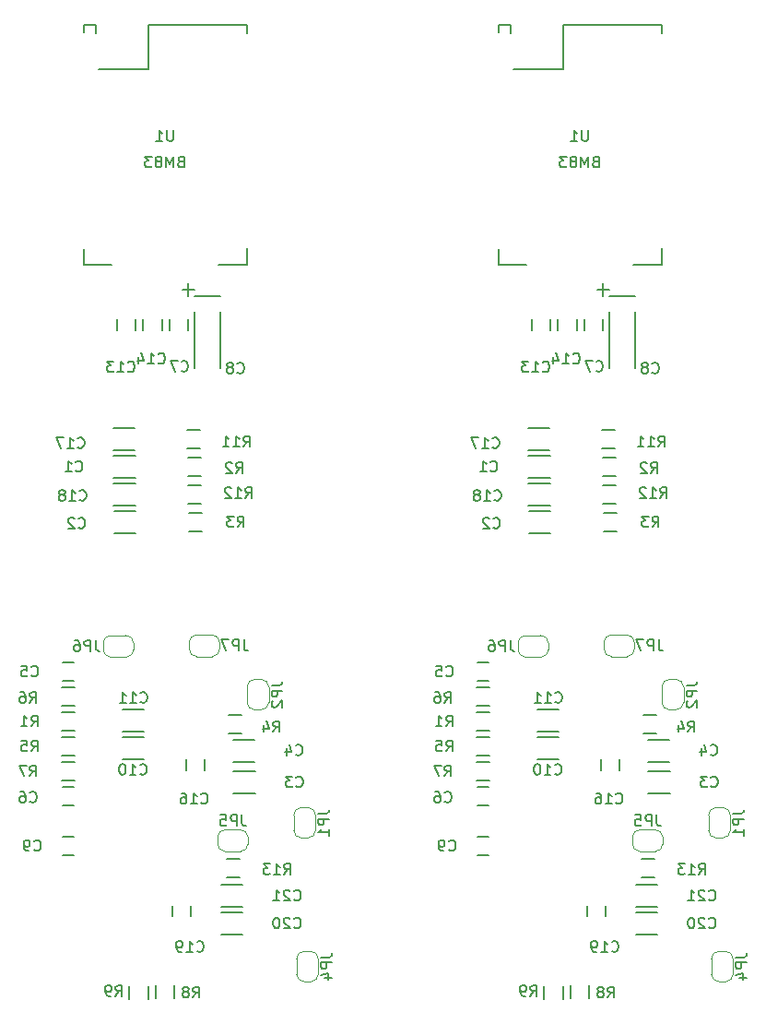
<source format=gbr>
%TF.GenerationSoftware,KiCad,Pcbnew,6.0.10-86aedd382b~118~ubuntu22.04.1*%
%TF.CreationDate,2022-12-28T16:13:35+01:00*%
%TF.ProjectId,BM83_breadboard_adapter_panel,424d3833-5f62-4726-9561-64626f617264,rev?*%
%TF.SameCoordinates,Original*%
%TF.FileFunction,Legend,Bot*%
%TF.FilePolarity,Positive*%
%FSLAX46Y46*%
G04 Gerber Fmt 4.6, Leading zero omitted, Abs format (unit mm)*
G04 Created by KiCad (PCBNEW 6.0.10-86aedd382b~118~ubuntu22.04.1) date 2022-12-28 16:13:35*
%MOMM*%
%LPD*%
G01*
G04 APERTURE LIST*
%ADD10C,0.150000*%
%ADD11C,0.120000*%
G04 APERTURE END LIST*
D10*
%TO.C,R5*%
X199607466Y-150998180D02*
X199940800Y-150521990D01*
X200178895Y-150998180D02*
X200178895Y-149998180D01*
X199797942Y-149998180D01*
X199702704Y-150045800D01*
X199655085Y-150093419D01*
X199607466Y-150188657D01*
X199607466Y-150331514D01*
X199655085Y-150426752D01*
X199702704Y-150474371D01*
X199797942Y-150521990D01*
X200178895Y-150521990D01*
X198702704Y-149998180D02*
X199178895Y-149998180D01*
X199226514Y-150474371D01*
X199178895Y-150426752D01*
X199083657Y-150379133D01*
X198845561Y-150379133D01*
X198750323Y-150426752D01*
X198702704Y-150474371D01*
X198655085Y-150569609D01*
X198655085Y-150807704D01*
X198702704Y-150902942D01*
X198750323Y-150950561D01*
X198845561Y-150998180D01*
X199083657Y-150998180D01*
X199178895Y-150950561D01*
X199226514Y-150902942D01*
%TO.C,C1*%
X203687466Y-125248942D02*
X203735085Y-125296561D01*
X203877942Y-125344180D01*
X203973180Y-125344180D01*
X204116038Y-125296561D01*
X204211276Y-125201323D01*
X204258895Y-125106085D01*
X204306514Y-124915609D01*
X204306514Y-124772752D01*
X204258895Y-124582276D01*
X204211276Y-124487038D01*
X204116038Y-124391800D01*
X203973180Y-124344180D01*
X203877942Y-124344180D01*
X203735085Y-124391800D01*
X203687466Y-124439419D01*
X202735085Y-125344180D02*
X203306514Y-125344180D01*
X203020800Y-125344180D02*
X203020800Y-124344180D01*
X203116038Y-124487038D01*
X203211276Y-124582276D01*
X203306514Y-124629895D01*
%TO.C,R11*%
X219102657Y-123058180D02*
X219435990Y-122581990D01*
X219674085Y-123058180D02*
X219674085Y-122058180D01*
X219293133Y-122058180D01*
X219197895Y-122105800D01*
X219150276Y-122153419D01*
X219102657Y-122248657D01*
X219102657Y-122391514D01*
X219150276Y-122486752D01*
X219197895Y-122534371D01*
X219293133Y-122581990D01*
X219674085Y-122581990D01*
X218150276Y-123058180D02*
X218721704Y-123058180D01*
X218435990Y-123058180D02*
X218435990Y-122058180D01*
X218531228Y-122201038D01*
X218626466Y-122296276D01*
X218721704Y-122343895D01*
X217197895Y-123058180D02*
X217769323Y-123058180D01*
X217483609Y-123058180D02*
X217483609Y-122058180D01*
X217578847Y-122201038D01*
X217674085Y-122296276D01*
X217769323Y-122343895D01*
%TO.C,C11*%
X209628657Y-146457942D02*
X209676276Y-146505561D01*
X209819133Y-146553180D01*
X209914371Y-146553180D01*
X210057228Y-146505561D01*
X210152466Y-146410323D01*
X210200085Y-146315085D01*
X210247704Y-146124609D01*
X210247704Y-145981752D01*
X210200085Y-145791276D01*
X210152466Y-145696038D01*
X210057228Y-145600800D01*
X209914371Y-145553180D01*
X209819133Y-145553180D01*
X209676276Y-145600800D01*
X209628657Y-145648419D01*
X208676276Y-146553180D02*
X209247704Y-146553180D01*
X208961990Y-146553180D02*
X208961990Y-145553180D01*
X209057228Y-145696038D01*
X209152466Y-145791276D01*
X209247704Y-145838895D01*
X207723895Y-146553180D02*
X208295323Y-146553180D01*
X208009609Y-146553180D02*
X208009609Y-145553180D01*
X208104847Y-145696038D01*
X208200085Y-145791276D01*
X208295323Y-145838895D01*
%TO.C,C19*%
X214815657Y-169317942D02*
X214863276Y-169365561D01*
X215006133Y-169413180D01*
X215101371Y-169413180D01*
X215244228Y-169365561D01*
X215339466Y-169270323D01*
X215387085Y-169175085D01*
X215434704Y-168984609D01*
X215434704Y-168841752D01*
X215387085Y-168651276D01*
X215339466Y-168556038D01*
X215244228Y-168460800D01*
X215101371Y-168413180D01*
X215006133Y-168413180D01*
X214863276Y-168460800D01*
X214815657Y-168508419D01*
X213863276Y-169413180D02*
X214434704Y-169413180D01*
X214148990Y-169413180D02*
X214148990Y-168413180D01*
X214244228Y-168556038D01*
X214339466Y-168651276D01*
X214434704Y-168698895D01*
X213387085Y-169413180D02*
X213196609Y-169413180D01*
X213101371Y-169365561D01*
X213053752Y-169317942D01*
X212958514Y-169175085D01*
X212910895Y-168984609D01*
X212910895Y-168603657D01*
X212958514Y-168508419D01*
X213006133Y-168460800D01*
X213101371Y-168413180D01*
X213291847Y-168413180D01*
X213387085Y-168460800D01*
X213434704Y-168508419D01*
X213482323Y-168603657D01*
X213482323Y-168841752D01*
X213434704Y-168936990D01*
X213387085Y-168984609D01*
X213291847Y-169032228D01*
X213101371Y-169032228D01*
X213006133Y-168984609D01*
X212958514Y-168936990D01*
X212910895Y-168841752D01*
%TO.C,R9*%
X207354466Y-173477180D02*
X207687800Y-173000990D01*
X207925895Y-173477180D02*
X207925895Y-172477180D01*
X207544942Y-172477180D01*
X207449704Y-172524800D01*
X207402085Y-172572419D01*
X207354466Y-172667657D01*
X207354466Y-172810514D01*
X207402085Y-172905752D01*
X207449704Y-172953371D01*
X207544942Y-173000990D01*
X207925895Y-173000990D01*
X206878276Y-173477180D02*
X206687800Y-173477180D01*
X206592561Y-173429561D01*
X206544942Y-173381942D01*
X206449704Y-173239085D01*
X206402085Y-173048609D01*
X206402085Y-172667657D01*
X206449704Y-172572419D01*
X206497323Y-172524800D01*
X206592561Y-172477180D01*
X206783038Y-172477180D01*
X206878276Y-172524800D01*
X206925895Y-172572419D01*
X206973514Y-172667657D01*
X206973514Y-172905752D01*
X206925895Y-173000990D01*
X206878276Y-173048609D01*
X206783038Y-173096228D01*
X206592561Y-173096228D01*
X206497323Y-173048609D01*
X206449704Y-173000990D01*
X206402085Y-172905752D01*
%TO.C,JP1*%
X225966180Y-156716466D02*
X226680466Y-156716466D01*
X226823323Y-156668847D01*
X226918561Y-156573609D01*
X226966180Y-156430752D01*
X226966180Y-156335514D01*
X226966180Y-157192657D02*
X225966180Y-157192657D01*
X225966180Y-157573609D01*
X226013800Y-157668847D01*
X226061419Y-157716466D01*
X226156657Y-157764085D01*
X226299514Y-157764085D01*
X226394752Y-157716466D01*
X226442371Y-157668847D01*
X226489990Y-157573609D01*
X226489990Y-157192657D01*
X226966180Y-158716466D02*
X226966180Y-158145038D01*
X226966180Y-158430752D02*
X225966180Y-158430752D01*
X226109038Y-158335514D01*
X226204276Y-158240276D01*
X226251895Y-158145038D01*
%TO.C,C20*%
X223737657Y-167158942D02*
X223785276Y-167206561D01*
X223928133Y-167254180D01*
X224023371Y-167254180D01*
X224166228Y-167206561D01*
X224261466Y-167111323D01*
X224309085Y-167016085D01*
X224356704Y-166825609D01*
X224356704Y-166682752D01*
X224309085Y-166492276D01*
X224261466Y-166397038D01*
X224166228Y-166301800D01*
X224023371Y-166254180D01*
X223928133Y-166254180D01*
X223785276Y-166301800D01*
X223737657Y-166349419D01*
X223356704Y-166349419D02*
X223309085Y-166301800D01*
X223213847Y-166254180D01*
X222975752Y-166254180D01*
X222880514Y-166301800D01*
X222832895Y-166349419D01*
X222785276Y-166444657D01*
X222785276Y-166539895D01*
X222832895Y-166682752D01*
X223404323Y-167254180D01*
X222785276Y-167254180D01*
X222166228Y-166254180D02*
X222070990Y-166254180D01*
X221975752Y-166301800D01*
X221928133Y-166349419D01*
X221880514Y-166444657D01*
X221832895Y-166635133D01*
X221832895Y-166873228D01*
X221880514Y-167063704D01*
X221928133Y-167158942D01*
X221975752Y-167206561D01*
X222070990Y-167254180D01*
X222166228Y-167254180D01*
X222261466Y-167206561D01*
X222309085Y-167158942D01*
X222356704Y-167063704D01*
X222404323Y-166873228D01*
X222404323Y-166635133D01*
X222356704Y-166444657D01*
X222309085Y-166349419D01*
X222261466Y-166301800D01*
X222166228Y-166254180D01*
%TO.C,C21*%
X223737657Y-164618942D02*
X223785276Y-164666561D01*
X223928133Y-164714180D01*
X224023371Y-164714180D01*
X224166228Y-164666561D01*
X224261466Y-164571323D01*
X224309085Y-164476085D01*
X224356704Y-164285609D01*
X224356704Y-164142752D01*
X224309085Y-163952276D01*
X224261466Y-163857038D01*
X224166228Y-163761800D01*
X224023371Y-163714180D01*
X223928133Y-163714180D01*
X223785276Y-163761800D01*
X223737657Y-163809419D01*
X223356704Y-163809419D02*
X223309085Y-163761800D01*
X223213847Y-163714180D01*
X222975752Y-163714180D01*
X222880514Y-163761800D01*
X222832895Y-163809419D01*
X222785276Y-163904657D01*
X222785276Y-163999895D01*
X222832895Y-164142752D01*
X223404323Y-164714180D01*
X222785276Y-164714180D01*
X221832895Y-164714180D02*
X222404323Y-164714180D01*
X222118609Y-164714180D02*
X222118609Y-163714180D01*
X222213847Y-163857038D01*
X222309085Y-163952276D01*
X222404323Y-163999895D01*
%TO.C,JP5*%
X218943133Y-156834180D02*
X218943133Y-157548466D01*
X218990752Y-157691323D01*
X219085990Y-157786561D01*
X219228847Y-157834180D01*
X219324085Y-157834180D01*
X218466942Y-157834180D02*
X218466942Y-156834180D01*
X218085990Y-156834180D01*
X217990752Y-156881800D01*
X217943133Y-156929419D01*
X217895514Y-157024657D01*
X217895514Y-157167514D01*
X217943133Y-157262752D01*
X217990752Y-157310371D01*
X218085990Y-157357990D01*
X218466942Y-157357990D01*
X216990752Y-156834180D02*
X217466942Y-156834180D01*
X217514561Y-157310371D01*
X217466942Y-157262752D01*
X217371704Y-157215133D01*
X217133609Y-157215133D01*
X217038371Y-157262752D01*
X216990752Y-157310371D01*
X216943133Y-157405609D01*
X216943133Y-157643704D01*
X216990752Y-157738942D01*
X217038371Y-157786561D01*
X217133609Y-157834180D01*
X217371704Y-157834180D01*
X217466942Y-157786561D01*
X217514561Y-157738942D01*
%TO.C,JP6*%
X205521533Y-140803380D02*
X205521533Y-141517666D01*
X205569152Y-141660523D01*
X205664390Y-141755761D01*
X205807247Y-141803380D01*
X205902485Y-141803380D01*
X205045342Y-141803380D02*
X205045342Y-140803380D01*
X204664390Y-140803380D01*
X204569152Y-140851000D01*
X204521533Y-140898619D01*
X204473914Y-140993857D01*
X204473914Y-141136714D01*
X204521533Y-141231952D01*
X204569152Y-141279571D01*
X204664390Y-141327190D01*
X205045342Y-141327190D01*
X203616771Y-140803380D02*
X203807247Y-140803380D01*
X203902485Y-140851000D01*
X203950104Y-140898619D01*
X204045342Y-141041476D01*
X204092961Y-141231952D01*
X204092961Y-141612904D01*
X204045342Y-141708142D01*
X203997723Y-141755761D01*
X203902485Y-141803380D01*
X203712009Y-141803380D01*
X203616771Y-141755761D01*
X203569152Y-141708142D01*
X203521533Y-141612904D01*
X203521533Y-141374809D01*
X203569152Y-141279571D01*
X203616771Y-141231952D01*
X203712009Y-141184333D01*
X203902485Y-141184333D01*
X203997723Y-141231952D01*
X204045342Y-141279571D01*
X204092961Y-141374809D01*
%TO.C,R2*%
X218419466Y-125471180D02*
X218752800Y-124994990D01*
X218990895Y-125471180D02*
X218990895Y-124471180D01*
X218609942Y-124471180D01*
X218514704Y-124518800D01*
X218467085Y-124566419D01*
X218419466Y-124661657D01*
X218419466Y-124804514D01*
X218467085Y-124899752D01*
X218514704Y-124947371D01*
X218609942Y-124994990D01*
X218990895Y-124994990D01*
X218038514Y-124566419D02*
X217990895Y-124518800D01*
X217895657Y-124471180D01*
X217657561Y-124471180D01*
X217562323Y-124518800D01*
X217514704Y-124566419D01*
X217467085Y-124661657D01*
X217467085Y-124756895D01*
X217514704Y-124899752D01*
X218086133Y-125471180D01*
X217467085Y-125471180D01*
%TO.C,C6*%
X199480466Y-155601942D02*
X199528085Y-155649561D01*
X199670942Y-155697180D01*
X199766180Y-155697180D01*
X199909038Y-155649561D01*
X200004276Y-155554323D01*
X200051895Y-155459085D01*
X200099514Y-155268609D01*
X200099514Y-155125752D01*
X200051895Y-154935276D01*
X200004276Y-154840038D01*
X199909038Y-154744800D01*
X199766180Y-154697180D01*
X199670942Y-154697180D01*
X199528085Y-154744800D01*
X199480466Y-154792419D01*
X198623323Y-154697180D02*
X198813800Y-154697180D01*
X198909038Y-154744800D01*
X198956657Y-154792419D01*
X199051895Y-154935276D01*
X199099514Y-155125752D01*
X199099514Y-155506704D01*
X199051895Y-155601942D01*
X199004276Y-155649561D01*
X198909038Y-155697180D01*
X198718561Y-155697180D01*
X198623323Y-155649561D01*
X198575704Y-155601942D01*
X198528085Y-155506704D01*
X198528085Y-155268609D01*
X198575704Y-155173371D01*
X198623323Y-155125752D01*
X198718561Y-155078133D01*
X198909038Y-155078133D01*
X199004276Y-155125752D01*
X199051895Y-155173371D01*
X199099514Y-155268609D01*
%TO.C,C5*%
X199607466Y-144044942D02*
X199655085Y-144092561D01*
X199797942Y-144140180D01*
X199893180Y-144140180D01*
X200036038Y-144092561D01*
X200131276Y-143997323D01*
X200178895Y-143902085D01*
X200226514Y-143711609D01*
X200226514Y-143568752D01*
X200178895Y-143378276D01*
X200131276Y-143283038D01*
X200036038Y-143187800D01*
X199893180Y-143140180D01*
X199797942Y-143140180D01*
X199655085Y-143187800D01*
X199607466Y-143235419D01*
X198702704Y-143140180D02*
X199178895Y-143140180D01*
X199226514Y-143616371D01*
X199178895Y-143568752D01*
X199083657Y-143521133D01*
X198845561Y-143521133D01*
X198750323Y-143568752D01*
X198702704Y-143616371D01*
X198655085Y-143711609D01*
X198655085Y-143949704D01*
X198702704Y-144044942D01*
X198750323Y-144092561D01*
X198845561Y-144140180D01*
X199083657Y-144140180D01*
X199178895Y-144092561D01*
X199226514Y-144044942D01*
%TO.C,C9*%
X199861466Y-160046942D02*
X199909085Y-160094561D01*
X200051942Y-160142180D01*
X200147180Y-160142180D01*
X200290038Y-160094561D01*
X200385276Y-159999323D01*
X200432895Y-159904085D01*
X200480514Y-159713609D01*
X200480514Y-159570752D01*
X200432895Y-159380276D01*
X200385276Y-159285038D01*
X200290038Y-159189800D01*
X200147180Y-159142180D01*
X200051942Y-159142180D01*
X199909085Y-159189800D01*
X199861466Y-159237419D01*
X199385276Y-160142180D02*
X199194800Y-160142180D01*
X199099561Y-160094561D01*
X199051942Y-160046942D01*
X198956704Y-159904085D01*
X198909085Y-159713609D01*
X198909085Y-159332657D01*
X198956704Y-159237419D01*
X199004323Y-159189800D01*
X199099561Y-159142180D01*
X199290038Y-159142180D01*
X199385276Y-159189800D01*
X199432895Y-159237419D01*
X199480514Y-159332657D01*
X199480514Y-159570752D01*
X199432895Y-159665990D01*
X199385276Y-159713609D01*
X199290038Y-159761228D01*
X199099561Y-159761228D01*
X199004323Y-159713609D01*
X198956704Y-159665990D01*
X198909085Y-159570752D01*
%TO.C,C8*%
X218530466Y-116231942D02*
X218578085Y-116279561D01*
X218720942Y-116327180D01*
X218816180Y-116327180D01*
X218959038Y-116279561D01*
X219054276Y-116184323D01*
X219101895Y-116089085D01*
X219149514Y-115898609D01*
X219149514Y-115755752D01*
X219101895Y-115565276D01*
X219054276Y-115470038D01*
X218959038Y-115374800D01*
X218816180Y-115327180D01*
X218720942Y-115327180D01*
X218578085Y-115374800D01*
X218530466Y-115422419D01*
X217959038Y-115755752D02*
X218054276Y-115708133D01*
X218101895Y-115660514D01*
X218149514Y-115565276D01*
X218149514Y-115517657D01*
X218101895Y-115422419D01*
X218054276Y-115374800D01*
X217959038Y-115327180D01*
X217768561Y-115327180D01*
X217673323Y-115374800D01*
X217625704Y-115422419D01*
X217578085Y-115517657D01*
X217578085Y-115565276D01*
X217625704Y-115660514D01*
X217673323Y-115708133D01*
X217768561Y-115755752D01*
X217959038Y-115755752D01*
X218054276Y-115803371D01*
X218101895Y-115850990D01*
X218149514Y-115946228D01*
X218149514Y-116136704D01*
X218101895Y-116231942D01*
X218054276Y-116279561D01*
X217959038Y-116327180D01*
X217768561Y-116327180D01*
X217673323Y-116279561D01*
X217625704Y-116231942D01*
X217578085Y-116136704D01*
X217578085Y-115946228D01*
X217625704Y-115850990D01*
X217673323Y-115803371D01*
X217768561Y-115755752D01*
X214030868Y-108246907D02*
X214030868Y-109008812D01*
X214411820Y-108627860D02*
X213649916Y-108627860D01*
%TO.C,C10*%
X209596657Y-153061942D02*
X209644276Y-153109561D01*
X209787133Y-153157180D01*
X209882371Y-153157180D01*
X210025228Y-153109561D01*
X210120466Y-153014323D01*
X210168085Y-152919085D01*
X210215704Y-152728609D01*
X210215704Y-152585752D01*
X210168085Y-152395276D01*
X210120466Y-152300038D01*
X210025228Y-152204800D01*
X209882371Y-152157180D01*
X209787133Y-152157180D01*
X209644276Y-152204800D01*
X209596657Y-152252419D01*
X208644276Y-153157180D02*
X209215704Y-153157180D01*
X208929990Y-153157180D02*
X208929990Y-152157180D01*
X209025228Y-152300038D01*
X209120466Y-152395276D01*
X209215704Y-152442895D01*
X208025228Y-152157180D02*
X207929990Y-152157180D01*
X207834752Y-152204800D01*
X207787133Y-152252419D01*
X207739514Y-152347657D01*
X207691895Y-152538133D01*
X207691895Y-152776228D01*
X207739514Y-152966704D01*
X207787133Y-153061942D01*
X207834752Y-153109561D01*
X207929990Y-153157180D01*
X208025228Y-153157180D01*
X208120466Y-153109561D01*
X208168085Y-153061942D01*
X208215704Y-152966704D01*
X208263323Y-152776228D01*
X208263323Y-152538133D01*
X208215704Y-152347657D01*
X208168085Y-152252419D01*
X208120466Y-152204800D01*
X208025228Y-152157180D01*
%TO.C,R8*%
X214466466Y-173604180D02*
X214799800Y-173127990D01*
X215037895Y-173604180D02*
X215037895Y-172604180D01*
X214656942Y-172604180D01*
X214561704Y-172651800D01*
X214514085Y-172699419D01*
X214466466Y-172794657D01*
X214466466Y-172937514D01*
X214514085Y-173032752D01*
X214561704Y-173080371D01*
X214656942Y-173127990D01*
X215037895Y-173127990D01*
X213895038Y-173032752D02*
X213990276Y-172985133D01*
X214037895Y-172937514D01*
X214085514Y-172842276D01*
X214085514Y-172794657D01*
X214037895Y-172699419D01*
X213990276Y-172651800D01*
X213895038Y-172604180D01*
X213704561Y-172604180D01*
X213609323Y-172651800D01*
X213561704Y-172699419D01*
X213514085Y-172794657D01*
X213514085Y-172842276D01*
X213561704Y-172937514D01*
X213609323Y-172985133D01*
X213704561Y-173032752D01*
X213895038Y-173032752D01*
X213990276Y-173080371D01*
X214037895Y-173127990D01*
X214085514Y-173223228D01*
X214085514Y-173413704D01*
X214037895Y-173508942D01*
X213990276Y-173556561D01*
X213895038Y-173604180D01*
X213704561Y-173604180D01*
X213609323Y-173556561D01*
X213561704Y-173508942D01*
X213514085Y-173413704D01*
X213514085Y-173223228D01*
X213561704Y-173127990D01*
X213609323Y-173080371D01*
X213704561Y-173032752D01*
%TO.C,R7*%
X199480466Y-153284180D02*
X199813800Y-152807990D01*
X200051895Y-153284180D02*
X200051895Y-152284180D01*
X199670942Y-152284180D01*
X199575704Y-152331800D01*
X199528085Y-152379419D01*
X199480466Y-152474657D01*
X199480466Y-152617514D01*
X199528085Y-152712752D01*
X199575704Y-152760371D01*
X199670942Y-152807990D01*
X200051895Y-152807990D01*
X199147133Y-152284180D02*
X198480466Y-152284180D01*
X198909038Y-153284180D01*
%TO.C,C16*%
X215196657Y-155728942D02*
X215244276Y-155776561D01*
X215387133Y-155824180D01*
X215482371Y-155824180D01*
X215625228Y-155776561D01*
X215720466Y-155681323D01*
X215768085Y-155586085D01*
X215815704Y-155395609D01*
X215815704Y-155252752D01*
X215768085Y-155062276D01*
X215720466Y-154967038D01*
X215625228Y-154871800D01*
X215482371Y-154824180D01*
X215387133Y-154824180D01*
X215244276Y-154871800D01*
X215196657Y-154919419D01*
X214244276Y-155824180D02*
X214815704Y-155824180D01*
X214529990Y-155824180D02*
X214529990Y-154824180D01*
X214625228Y-154967038D01*
X214720466Y-155062276D01*
X214815704Y-155109895D01*
X213387133Y-154824180D02*
X213577609Y-154824180D01*
X213672847Y-154871800D01*
X213720466Y-154919419D01*
X213815704Y-155062276D01*
X213863323Y-155252752D01*
X213863323Y-155633704D01*
X213815704Y-155728942D01*
X213768085Y-155776561D01*
X213672847Y-155824180D01*
X213482371Y-155824180D01*
X213387133Y-155776561D01*
X213339514Y-155728942D01*
X213291895Y-155633704D01*
X213291895Y-155395609D01*
X213339514Y-155300371D01*
X213387133Y-155252752D01*
X213482371Y-155205133D01*
X213672847Y-155205133D01*
X213768085Y-155252752D01*
X213815704Y-155300371D01*
X213863323Y-155395609D01*
%TO.C,C4*%
X223896466Y-151283942D02*
X223944085Y-151331561D01*
X224086942Y-151379180D01*
X224182180Y-151379180D01*
X224325038Y-151331561D01*
X224420276Y-151236323D01*
X224467895Y-151141085D01*
X224515514Y-150950609D01*
X224515514Y-150807752D01*
X224467895Y-150617276D01*
X224420276Y-150522038D01*
X224325038Y-150426800D01*
X224182180Y-150379180D01*
X224086942Y-150379180D01*
X223944085Y-150426800D01*
X223896466Y-150474419D01*
X223039323Y-150712514D02*
X223039323Y-151379180D01*
X223277419Y-150331561D02*
X223515514Y-151045847D01*
X222896466Y-151045847D01*
%TO.C,R12*%
X219276657Y-127757180D02*
X219609990Y-127280990D01*
X219848085Y-127757180D02*
X219848085Y-126757180D01*
X219467133Y-126757180D01*
X219371895Y-126804800D01*
X219324276Y-126852419D01*
X219276657Y-126947657D01*
X219276657Y-127090514D01*
X219324276Y-127185752D01*
X219371895Y-127233371D01*
X219467133Y-127280990D01*
X219848085Y-127280990D01*
X218324276Y-127757180D02*
X218895704Y-127757180D01*
X218609990Y-127757180D02*
X218609990Y-126757180D01*
X218705228Y-126900038D01*
X218800466Y-126995276D01*
X218895704Y-127042895D01*
X217943323Y-126852419D02*
X217895704Y-126804800D01*
X217800466Y-126757180D01*
X217562371Y-126757180D01*
X217467133Y-126804800D01*
X217419514Y-126852419D01*
X217371895Y-126947657D01*
X217371895Y-127042895D01*
X217419514Y-127185752D01*
X217990942Y-127757180D01*
X217371895Y-127757180D01*
%TO.C,JP2*%
X221673580Y-144949966D02*
X222387866Y-144949966D01*
X222530723Y-144902347D01*
X222625961Y-144807109D01*
X222673580Y-144664252D01*
X222673580Y-144569014D01*
X222673580Y-145426157D02*
X221673580Y-145426157D01*
X221673580Y-145807109D01*
X221721200Y-145902347D01*
X221768819Y-145949966D01*
X221864057Y-145997585D01*
X222006914Y-145997585D01*
X222102152Y-145949966D01*
X222149771Y-145902347D01*
X222197390Y-145807109D01*
X222197390Y-145426157D01*
X221768819Y-146378538D02*
X221721200Y-146426157D01*
X221673580Y-146521395D01*
X221673580Y-146759490D01*
X221721200Y-146854728D01*
X221768819Y-146902347D01*
X221864057Y-146949966D01*
X221959295Y-146949966D01*
X222102152Y-146902347D01*
X222673580Y-146330919D01*
X222673580Y-146949966D01*
%TO.C,R3*%
X218546466Y-130424180D02*
X218879800Y-129947990D01*
X219117895Y-130424180D02*
X219117895Y-129424180D01*
X218736942Y-129424180D01*
X218641704Y-129471800D01*
X218594085Y-129519419D01*
X218546466Y-129614657D01*
X218546466Y-129757514D01*
X218594085Y-129852752D01*
X218641704Y-129900371D01*
X218736942Y-129947990D01*
X219117895Y-129947990D01*
X218213133Y-129424180D02*
X217594085Y-129424180D01*
X217927419Y-129805133D01*
X217784561Y-129805133D01*
X217689323Y-129852752D01*
X217641704Y-129900371D01*
X217594085Y-129995609D01*
X217594085Y-130233704D01*
X217641704Y-130328942D01*
X217689323Y-130376561D01*
X217784561Y-130424180D01*
X218070276Y-130424180D01*
X218165514Y-130376561D01*
X218213133Y-130328942D01*
%TO.C,C17*%
X203862657Y-123089942D02*
X203910276Y-123137561D01*
X204053133Y-123185180D01*
X204148371Y-123185180D01*
X204291228Y-123137561D01*
X204386466Y-123042323D01*
X204434085Y-122947085D01*
X204481704Y-122756609D01*
X204481704Y-122613752D01*
X204434085Y-122423276D01*
X204386466Y-122328038D01*
X204291228Y-122232800D01*
X204148371Y-122185180D01*
X204053133Y-122185180D01*
X203910276Y-122232800D01*
X203862657Y-122280419D01*
X202910276Y-123185180D02*
X203481704Y-123185180D01*
X203195990Y-123185180D02*
X203195990Y-122185180D01*
X203291228Y-122328038D01*
X203386466Y-122423276D01*
X203481704Y-122470895D01*
X202576942Y-122185180D02*
X201910276Y-122185180D01*
X202338847Y-123185180D01*
%TO.C,C2*%
X203941466Y-130455942D02*
X203989085Y-130503561D01*
X204131942Y-130551180D01*
X204227180Y-130551180D01*
X204370038Y-130503561D01*
X204465276Y-130408323D01*
X204512895Y-130313085D01*
X204560514Y-130122609D01*
X204560514Y-129979752D01*
X204512895Y-129789276D01*
X204465276Y-129694038D01*
X204370038Y-129598800D01*
X204227180Y-129551180D01*
X204131942Y-129551180D01*
X203989085Y-129598800D01*
X203941466Y-129646419D01*
X203560514Y-129646419D02*
X203512895Y-129598800D01*
X203417657Y-129551180D01*
X203179561Y-129551180D01*
X203084323Y-129598800D01*
X203036704Y-129646419D01*
X202989085Y-129741657D01*
X202989085Y-129836895D01*
X203036704Y-129979752D01*
X203608133Y-130551180D01*
X202989085Y-130551180D01*
%TO.C,C18*%
X204036657Y-127915942D02*
X204084276Y-127963561D01*
X204227133Y-128011180D01*
X204322371Y-128011180D01*
X204465228Y-127963561D01*
X204560466Y-127868323D01*
X204608085Y-127773085D01*
X204655704Y-127582609D01*
X204655704Y-127439752D01*
X204608085Y-127249276D01*
X204560466Y-127154038D01*
X204465228Y-127058800D01*
X204322371Y-127011180D01*
X204227133Y-127011180D01*
X204084276Y-127058800D01*
X204036657Y-127106419D01*
X203084276Y-128011180D02*
X203655704Y-128011180D01*
X203369990Y-128011180D02*
X203369990Y-127011180D01*
X203465228Y-127154038D01*
X203560466Y-127249276D01*
X203655704Y-127296895D01*
X202512847Y-127439752D02*
X202608085Y-127392133D01*
X202655704Y-127344514D01*
X202703323Y-127249276D01*
X202703323Y-127201657D01*
X202655704Y-127106419D01*
X202608085Y-127058800D01*
X202512847Y-127011180D01*
X202322371Y-127011180D01*
X202227133Y-127058800D01*
X202179514Y-127106419D01*
X202131895Y-127201657D01*
X202131895Y-127249276D01*
X202179514Y-127344514D01*
X202227133Y-127392133D01*
X202322371Y-127439752D01*
X202512847Y-127439752D01*
X202608085Y-127487371D01*
X202655704Y-127534990D01*
X202703323Y-127630228D01*
X202703323Y-127820704D01*
X202655704Y-127915942D01*
X202608085Y-127963561D01*
X202512847Y-128011180D01*
X202322371Y-128011180D01*
X202227133Y-127963561D01*
X202179514Y-127915942D01*
X202131895Y-127820704D01*
X202131895Y-127630228D01*
X202179514Y-127534990D01*
X202227133Y-127487371D01*
X202322371Y-127439752D01*
%TO.C,R1*%
X199607466Y-148712180D02*
X199940800Y-148235990D01*
X200178895Y-148712180D02*
X200178895Y-147712180D01*
X199797942Y-147712180D01*
X199702704Y-147759800D01*
X199655085Y-147807419D01*
X199607466Y-147902657D01*
X199607466Y-148045514D01*
X199655085Y-148140752D01*
X199702704Y-148188371D01*
X199797942Y-148235990D01*
X200178895Y-148235990D01*
X198655085Y-148712180D02*
X199226514Y-148712180D01*
X198940800Y-148712180D02*
X198940800Y-147712180D01*
X199036038Y-147855038D01*
X199131276Y-147950276D01*
X199226514Y-147997895D01*
%TO.C,JP4*%
X226220180Y-169905466D02*
X226934466Y-169905466D01*
X227077323Y-169857847D01*
X227172561Y-169762609D01*
X227220180Y-169619752D01*
X227220180Y-169524514D01*
X227220180Y-170381657D02*
X226220180Y-170381657D01*
X226220180Y-170762609D01*
X226267800Y-170857847D01*
X226315419Y-170905466D01*
X226410657Y-170953085D01*
X226553514Y-170953085D01*
X226648752Y-170905466D01*
X226696371Y-170857847D01*
X226743990Y-170762609D01*
X226743990Y-170381657D01*
X226553514Y-171810228D02*
X227220180Y-171810228D01*
X226172561Y-171572133D02*
X226886847Y-171334038D01*
X226886847Y-171953085D01*
%TO.C,JP7*%
X219131333Y-140752580D02*
X219131333Y-141466866D01*
X219178952Y-141609723D01*
X219274190Y-141704961D01*
X219417047Y-141752580D01*
X219512285Y-141752580D01*
X218655142Y-141752580D02*
X218655142Y-140752580D01*
X218274190Y-140752580D01*
X218178952Y-140800200D01*
X218131333Y-140847819D01*
X218083714Y-140943057D01*
X218083714Y-141085914D01*
X218131333Y-141181152D01*
X218178952Y-141228771D01*
X218274190Y-141276390D01*
X218655142Y-141276390D01*
X217750380Y-140752580D02*
X217083714Y-140752580D01*
X217512285Y-141752580D01*
%TO.C,R6*%
X199480466Y-146553180D02*
X199813800Y-146076990D01*
X200051895Y-146553180D02*
X200051895Y-145553180D01*
X199670942Y-145553180D01*
X199575704Y-145600800D01*
X199528085Y-145648419D01*
X199480466Y-145743657D01*
X199480466Y-145886514D01*
X199528085Y-145981752D01*
X199575704Y-146029371D01*
X199670942Y-146076990D01*
X200051895Y-146076990D01*
X198623323Y-145553180D02*
X198813800Y-145553180D01*
X198909038Y-145600800D01*
X198956657Y-145648419D01*
X199051895Y-145791276D01*
X199099514Y-145981752D01*
X199099514Y-146362704D01*
X199051895Y-146457942D01*
X199004276Y-146505561D01*
X198909038Y-146553180D01*
X198718561Y-146553180D01*
X198623323Y-146505561D01*
X198575704Y-146457942D01*
X198528085Y-146362704D01*
X198528085Y-146124609D01*
X198575704Y-146029371D01*
X198623323Y-145981752D01*
X198718561Y-145934133D01*
X198909038Y-145934133D01*
X199004276Y-145981752D01*
X199051895Y-146029371D01*
X199099514Y-146124609D01*
%TO.C,C3*%
X223928466Y-154204942D02*
X223976085Y-154252561D01*
X224118942Y-154300180D01*
X224214180Y-154300180D01*
X224357038Y-154252561D01*
X224452276Y-154157323D01*
X224499895Y-154062085D01*
X224547514Y-153871609D01*
X224547514Y-153728752D01*
X224499895Y-153538276D01*
X224452276Y-153443038D01*
X224357038Y-153347800D01*
X224214180Y-153300180D01*
X224118942Y-153300180D01*
X223976085Y-153347800D01*
X223928466Y-153395419D01*
X223595133Y-153300180D02*
X222976085Y-153300180D01*
X223309419Y-153681133D01*
X223166561Y-153681133D01*
X223071323Y-153728752D01*
X223023704Y-153776371D01*
X222976085Y-153871609D01*
X222976085Y-154109704D01*
X223023704Y-154204942D01*
X223071323Y-154252561D01*
X223166561Y-154300180D01*
X223452276Y-154300180D01*
X223547514Y-154252561D01*
X223595133Y-154204942D01*
%TO.C,C14*%
X211259657Y-115342942D02*
X211307276Y-115390561D01*
X211450133Y-115438180D01*
X211545371Y-115438180D01*
X211688228Y-115390561D01*
X211783466Y-115295323D01*
X211831085Y-115200085D01*
X211878704Y-115009609D01*
X211878704Y-114866752D01*
X211831085Y-114676276D01*
X211783466Y-114581038D01*
X211688228Y-114485800D01*
X211545371Y-114438180D01*
X211450133Y-114438180D01*
X211307276Y-114485800D01*
X211259657Y-114533419D01*
X210307276Y-115438180D02*
X210878704Y-115438180D01*
X210592990Y-115438180D02*
X210592990Y-114438180D01*
X210688228Y-114581038D01*
X210783466Y-114676276D01*
X210878704Y-114723895D01*
X209450133Y-114771514D02*
X209450133Y-115438180D01*
X209688228Y-114390561D02*
X209926323Y-115104847D01*
X209307276Y-115104847D01*
%TO.C,C7*%
X213386966Y-116061442D02*
X213434585Y-116109061D01*
X213577442Y-116156680D01*
X213672680Y-116156680D01*
X213815538Y-116109061D01*
X213910776Y-116013823D01*
X213958395Y-115918585D01*
X214006014Y-115728109D01*
X214006014Y-115585252D01*
X213958395Y-115394776D01*
X213910776Y-115299538D01*
X213815538Y-115204300D01*
X213672680Y-115156680D01*
X213577442Y-115156680D01*
X213434585Y-115204300D01*
X213386966Y-115251919D01*
X213053633Y-115156680D02*
X212386966Y-115156680D01*
X212815538Y-116156680D01*
%TO.C,C13*%
X208465657Y-116104942D02*
X208513276Y-116152561D01*
X208656133Y-116200180D01*
X208751371Y-116200180D01*
X208894228Y-116152561D01*
X208989466Y-116057323D01*
X209037085Y-115962085D01*
X209084704Y-115771609D01*
X209084704Y-115628752D01*
X209037085Y-115438276D01*
X208989466Y-115343038D01*
X208894228Y-115247800D01*
X208751371Y-115200180D01*
X208656133Y-115200180D01*
X208513276Y-115247800D01*
X208465657Y-115295419D01*
X207513276Y-116200180D02*
X208084704Y-116200180D01*
X207798990Y-116200180D02*
X207798990Y-115200180D01*
X207894228Y-115343038D01*
X207989466Y-115438276D01*
X208084704Y-115485895D01*
X207179942Y-115200180D02*
X206560895Y-115200180D01*
X206894228Y-115581133D01*
X206751371Y-115581133D01*
X206656133Y-115628752D01*
X206608514Y-115676371D01*
X206560895Y-115771609D01*
X206560895Y-116009704D01*
X206608514Y-116104942D01*
X206656133Y-116152561D01*
X206751371Y-116200180D01*
X207037085Y-116200180D01*
X207132323Y-116152561D01*
X207179942Y-116104942D01*
%TO.C,R4*%
X221832466Y-149220180D02*
X222165800Y-148743990D01*
X222403895Y-149220180D02*
X222403895Y-148220180D01*
X222022942Y-148220180D01*
X221927704Y-148267800D01*
X221880085Y-148315419D01*
X221832466Y-148410657D01*
X221832466Y-148553514D01*
X221880085Y-148648752D01*
X221927704Y-148696371D01*
X222022942Y-148743990D01*
X222403895Y-148743990D01*
X220975323Y-148553514D02*
X220975323Y-149220180D01*
X221213419Y-148172561D02*
X221451514Y-148886847D01*
X220832466Y-148886847D01*
%TO.C,U1*%
X212648704Y-93991180D02*
X212648704Y-94800704D01*
X212601085Y-94895942D01*
X212553466Y-94943561D01*
X212458228Y-94991180D01*
X212267752Y-94991180D01*
X212172514Y-94943561D01*
X212124895Y-94895942D01*
X212077276Y-94800704D01*
X212077276Y-93991180D01*
X211077276Y-94991180D02*
X211648704Y-94991180D01*
X211362990Y-94991180D02*
X211362990Y-93991180D01*
X211458228Y-94134038D01*
X211553466Y-94229276D01*
X211648704Y-94276895D01*
X213339180Y-96880371D02*
X213196323Y-96927990D01*
X213148704Y-96975609D01*
X213101085Y-97070847D01*
X213101085Y-97213704D01*
X213148704Y-97308942D01*
X213196323Y-97356561D01*
X213291561Y-97404180D01*
X213672514Y-97404180D01*
X213672514Y-96404180D01*
X213339180Y-96404180D01*
X213243942Y-96451800D01*
X213196323Y-96499419D01*
X213148704Y-96594657D01*
X213148704Y-96689895D01*
X213196323Y-96785133D01*
X213243942Y-96832752D01*
X213339180Y-96880371D01*
X213672514Y-96880371D01*
X212672514Y-97404180D02*
X212672514Y-96404180D01*
X212339180Y-97118466D01*
X212005847Y-96404180D01*
X212005847Y-97404180D01*
X211386800Y-96832752D02*
X211482038Y-96785133D01*
X211529657Y-96737514D01*
X211577276Y-96642276D01*
X211577276Y-96594657D01*
X211529657Y-96499419D01*
X211482038Y-96451800D01*
X211386800Y-96404180D01*
X211196323Y-96404180D01*
X211101085Y-96451800D01*
X211053466Y-96499419D01*
X211005847Y-96594657D01*
X211005847Y-96642276D01*
X211053466Y-96737514D01*
X211101085Y-96785133D01*
X211196323Y-96832752D01*
X211386800Y-96832752D01*
X211482038Y-96880371D01*
X211529657Y-96927990D01*
X211577276Y-97023228D01*
X211577276Y-97213704D01*
X211529657Y-97308942D01*
X211482038Y-97356561D01*
X211386800Y-97404180D01*
X211196323Y-97404180D01*
X211101085Y-97356561D01*
X211053466Y-97308942D01*
X211005847Y-97213704D01*
X211005847Y-97023228D01*
X211053466Y-96927990D01*
X211101085Y-96880371D01*
X211196323Y-96832752D01*
X210672514Y-96404180D02*
X210053466Y-96404180D01*
X210386800Y-96785133D01*
X210243942Y-96785133D01*
X210148704Y-96832752D01*
X210101085Y-96880371D01*
X210053466Y-96975609D01*
X210053466Y-97213704D01*
X210101085Y-97308942D01*
X210148704Y-97356561D01*
X210243942Y-97404180D01*
X210529657Y-97404180D01*
X210624895Y-97356561D01*
X210672514Y-97308942D01*
%TO.C,R13*%
X222816657Y-162301180D02*
X223149990Y-161824990D01*
X223388085Y-162301180D02*
X223388085Y-161301180D01*
X223007133Y-161301180D01*
X222911895Y-161348800D01*
X222864276Y-161396419D01*
X222816657Y-161491657D01*
X222816657Y-161634514D01*
X222864276Y-161729752D01*
X222911895Y-161777371D01*
X223007133Y-161824990D01*
X223388085Y-161824990D01*
X221864276Y-162301180D02*
X222435704Y-162301180D01*
X222149990Y-162301180D02*
X222149990Y-161301180D01*
X222245228Y-161444038D01*
X222340466Y-161539276D01*
X222435704Y-161586895D01*
X221530942Y-161301180D02*
X220911895Y-161301180D01*
X221245228Y-161682133D01*
X221102371Y-161682133D01*
X221007133Y-161729752D01*
X220959514Y-161777371D01*
X220911895Y-161872609D01*
X220911895Y-162110704D01*
X220959514Y-162205942D01*
X221007133Y-162253561D01*
X221102371Y-162301180D01*
X221388085Y-162301180D01*
X221483323Y-162253561D01*
X221530942Y-162205942D01*
%TO.C,JP7*%
X181031333Y-140752580D02*
X181031333Y-141466866D01*
X181078952Y-141609723D01*
X181174190Y-141704961D01*
X181317047Y-141752580D01*
X181412285Y-141752580D01*
X180555142Y-141752580D02*
X180555142Y-140752580D01*
X180174190Y-140752580D01*
X180078952Y-140800200D01*
X180031333Y-140847819D01*
X179983714Y-140943057D01*
X179983714Y-141085914D01*
X180031333Y-141181152D01*
X180078952Y-141228771D01*
X180174190Y-141276390D01*
X180555142Y-141276390D01*
X179650380Y-140752580D02*
X178983714Y-140752580D01*
X179412285Y-141752580D01*
%TO.C,C16*%
X177096657Y-155728942D02*
X177144276Y-155776561D01*
X177287133Y-155824180D01*
X177382371Y-155824180D01*
X177525228Y-155776561D01*
X177620466Y-155681323D01*
X177668085Y-155586085D01*
X177715704Y-155395609D01*
X177715704Y-155252752D01*
X177668085Y-155062276D01*
X177620466Y-154967038D01*
X177525228Y-154871800D01*
X177382371Y-154824180D01*
X177287133Y-154824180D01*
X177144276Y-154871800D01*
X177096657Y-154919419D01*
X176144276Y-155824180D02*
X176715704Y-155824180D01*
X176429990Y-155824180D02*
X176429990Y-154824180D01*
X176525228Y-154967038D01*
X176620466Y-155062276D01*
X176715704Y-155109895D01*
X175287133Y-154824180D02*
X175477609Y-154824180D01*
X175572847Y-154871800D01*
X175620466Y-154919419D01*
X175715704Y-155062276D01*
X175763323Y-155252752D01*
X175763323Y-155633704D01*
X175715704Y-155728942D01*
X175668085Y-155776561D01*
X175572847Y-155824180D01*
X175382371Y-155824180D01*
X175287133Y-155776561D01*
X175239514Y-155728942D01*
X175191895Y-155633704D01*
X175191895Y-155395609D01*
X175239514Y-155300371D01*
X175287133Y-155252752D01*
X175382371Y-155205133D01*
X175572847Y-155205133D01*
X175668085Y-155252752D01*
X175715704Y-155300371D01*
X175763323Y-155395609D01*
%TO.C,C3*%
X185828466Y-154204942D02*
X185876085Y-154252561D01*
X186018942Y-154300180D01*
X186114180Y-154300180D01*
X186257038Y-154252561D01*
X186352276Y-154157323D01*
X186399895Y-154062085D01*
X186447514Y-153871609D01*
X186447514Y-153728752D01*
X186399895Y-153538276D01*
X186352276Y-153443038D01*
X186257038Y-153347800D01*
X186114180Y-153300180D01*
X186018942Y-153300180D01*
X185876085Y-153347800D01*
X185828466Y-153395419D01*
X185495133Y-153300180D02*
X184876085Y-153300180D01*
X185209419Y-153681133D01*
X185066561Y-153681133D01*
X184971323Y-153728752D01*
X184923704Y-153776371D01*
X184876085Y-153871609D01*
X184876085Y-154109704D01*
X184923704Y-154204942D01*
X184971323Y-154252561D01*
X185066561Y-154300180D01*
X185352276Y-154300180D01*
X185447514Y-154252561D01*
X185495133Y-154204942D01*
%TO.C,C14*%
X173159657Y-115342942D02*
X173207276Y-115390561D01*
X173350133Y-115438180D01*
X173445371Y-115438180D01*
X173588228Y-115390561D01*
X173683466Y-115295323D01*
X173731085Y-115200085D01*
X173778704Y-115009609D01*
X173778704Y-114866752D01*
X173731085Y-114676276D01*
X173683466Y-114581038D01*
X173588228Y-114485800D01*
X173445371Y-114438180D01*
X173350133Y-114438180D01*
X173207276Y-114485800D01*
X173159657Y-114533419D01*
X172207276Y-115438180D02*
X172778704Y-115438180D01*
X172492990Y-115438180D02*
X172492990Y-114438180D01*
X172588228Y-114581038D01*
X172683466Y-114676276D01*
X172778704Y-114723895D01*
X171350133Y-114771514D02*
X171350133Y-115438180D01*
X171588228Y-114390561D02*
X171826323Y-115104847D01*
X171207276Y-115104847D01*
%TO.C,R6*%
X161380466Y-146553180D02*
X161713800Y-146076990D01*
X161951895Y-146553180D02*
X161951895Y-145553180D01*
X161570942Y-145553180D01*
X161475704Y-145600800D01*
X161428085Y-145648419D01*
X161380466Y-145743657D01*
X161380466Y-145886514D01*
X161428085Y-145981752D01*
X161475704Y-146029371D01*
X161570942Y-146076990D01*
X161951895Y-146076990D01*
X160523323Y-145553180D02*
X160713800Y-145553180D01*
X160809038Y-145600800D01*
X160856657Y-145648419D01*
X160951895Y-145791276D01*
X160999514Y-145981752D01*
X160999514Y-146362704D01*
X160951895Y-146457942D01*
X160904276Y-146505561D01*
X160809038Y-146553180D01*
X160618561Y-146553180D01*
X160523323Y-146505561D01*
X160475704Y-146457942D01*
X160428085Y-146362704D01*
X160428085Y-146124609D01*
X160475704Y-146029371D01*
X160523323Y-145981752D01*
X160618561Y-145934133D01*
X160809038Y-145934133D01*
X160904276Y-145981752D01*
X160951895Y-146029371D01*
X160999514Y-146124609D01*
%TO.C,R7*%
X161380466Y-153284180D02*
X161713800Y-152807990D01*
X161951895Y-153284180D02*
X161951895Y-152284180D01*
X161570942Y-152284180D01*
X161475704Y-152331800D01*
X161428085Y-152379419D01*
X161380466Y-152474657D01*
X161380466Y-152617514D01*
X161428085Y-152712752D01*
X161475704Y-152760371D01*
X161570942Y-152807990D01*
X161951895Y-152807990D01*
X161047133Y-152284180D02*
X160380466Y-152284180D01*
X160809038Y-153284180D01*
%TO.C,R12*%
X181176657Y-127757180D02*
X181509990Y-127280990D01*
X181748085Y-127757180D02*
X181748085Y-126757180D01*
X181367133Y-126757180D01*
X181271895Y-126804800D01*
X181224276Y-126852419D01*
X181176657Y-126947657D01*
X181176657Y-127090514D01*
X181224276Y-127185752D01*
X181271895Y-127233371D01*
X181367133Y-127280990D01*
X181748085Y-127280990D01*
X180224276Y-127757180D02*
X180795704Y-127757180D01*
X180509990Y-127757180D02*
X180509990Y-126757180D01*
X180605228Y-126900038D01*
X180700466Y-126995276D01*
X180795704Y-127042895D01*
X179843323Y-126852419D02*
X179795704Y-126804800D01*
X179700466Y-126757180D01*
X179462371Y-126757180D01*
X179367133Y-126804800D01*
X179319514Y-126852419D01*
X179271895Y-126947657D01*
X179271895Y-127042895D01*
X179319514Y-127185752D01*
X179890942Y-127757180D01*
X179271895Y-127757180D01*
%TO.C,C4*%
X185796466Y-151283942D02*
X185844085Y-151331561D01*
X185986942Y-151379180D01*
X186082180Y-151379180D01*
X186225038Y-151331561D01*
X186320276Y-151236323D01*
X186367895Y-151141085D01*
X186415514Y-150950609D01*
X186415514Y-150807752D01*
X186367895Y-150617276D01*
X186320276Y-150522038D01*
X186225038Y-150426800D01*
X186082180Y-150379180D01*
X185986942Y-150379180D01*
X185844085Y-150426800D01*
X185796466Y-150474419D01*
X184939323Y-150712514D02*
X184939323Y-151379180D01*
X185177419Y-150331561D02*
X185415514Y-151045847D01*
X184796466Y-151045847D01*
%TO.C,R5*%
X161507466Y-150998180D02*
X161840800Y-150521990D01*
X162078895Y-150998180D02*
X162078895Y-149998180D01*
X161697942Y-149998180D01*
X161602704Y-150045800D01*
X161555085Y-150093419D01*
X161507466Y-150188657D01*
X161507466Y-150331514D01*
X161555085Y-150426752D01*
X161602704Y-150474371D01*
X161697942Y-150521990D01*
X162078895Y-150521990D01*
X160602704Y-149998180D02*
X161078895Y-149998180D01*
X161126514Y-150474371D01*
X161078895Y-150426752D01*
X160983657Y-150379133D01*
X160745561Y-150379133D01*
X160650323Y-150426752D01*
X160602704Y-150474371D01*
X160555085Y-150569609D01*
X160555085Y-150807704D01*
X160602704Y-150902942D01*
X160650323Y-150950561D01*
X160745561Y-150998180D01*
X160983657Y-150998180D01*
X161078895Y-150950561D01*
X161126514Y-150902942D01*
%TO.C,C18*%
X165936657Y-127915942D02*
X165984276Y-127963561D01*
X166127133Y-128011180D01*
X166222371Y-128011180D01*
X166365228Y-127963561D01*
X166460466Y-127868323D01*
X166508085Y-127773085D01*
X166555704Y-127582609D01*
X166555704Y-127439752D01*
X166508085Y-127249276D01*
X166460466Y-127154038D01*
X166365228Y-127058800D01*
X166222371Y-127011180D01*
X166127133Y-127011180D01*
X165984276Y-127058800D01*
X165936657Y-127106419D01*
X164984276Y-128011180D02*
X165555704Y-128011180D01*
X165269990Y-128011180D02*
X165269990Y-127011180D01*
X165365228Y-127154038D01*
X165460466Y-127249276D01*
X165555704Y-127296895D01*
X164412847Y-127439752D02*
X164508085Y-127392133D01*
X164555704Y-127344514D01*
X164603323Y-127249276D01*
X164603323Y-127201657D01*
X164555704Y-127106419D01*
X164508085Y-127058800D01*
X164412847Y-127011180D01*
X164222371Y-127011180D01*
X164127133Y-127058800D01*
X164079514Y-127106419D01*
X164031895Y-127201657D01*
X164031895Y-127249276D01*
X164079514Y-127344514D01*
X164127133Y-127392133D01*
X164222371Y-127439752D01*
X164412847Y-127439752D01*
X164508085Y-127487371D01*
X164555704Y-127534990D01*
X164603323Y-127630228D01*
X164603323Y-127820704D01*
X164555704Y-127915942D01*
X164508085Y-127963561D01*
X164412847Y-128011180D01*
X164222371Y-128011180D01*
X164127133Y-127963561D01*
X164079514Y-127915942D01*
X164031895Y-127820704D01*
X164031895Y-127630228D01*
X164079514Y-127534990D01*
X164127133Y-127487371D01*
X164222371Y-127439752D01*
%TO.C,C2*%
X165841466Y-130455942D02*
X165889085Y-130503561D01*
X166031942Y-130551180D01*
X166127180Y-130551180D01*
X166270038Y-130503561D01*
X166365276Y-130408323D01*
X166412895Y-130313085D01*
X166460514Y-130122609D01*
X166460514Y-129979752D01*
X166412895Y-129789276D01*
X166365276Y-129694038D01*
X166270038Y-129598800D01*
X166127180Y-129551180D01*
X166031942Y-129551180D01*
X165889085Y-129598800D01*
X165841466Y-129646419D01*
X165460514Y-129646419D02*
X165412895Y-129598800D01*
X165317657Y-129551180D01*
X165079561Y-129551180D01*
X164984323Y-129598800D01*
X164936704Y-129646419D01*
X164889085Y-129741657D01*
X164889085Y-129836895D01*
X164936704Y-129979752D01*
X165508133Y-130551180D01*
X164889085Y-130551180D01*
%TO.C,R3*%
X180446466Y-130424180D02*
X180779800Y-129947990D01*
X181017895Y-130424180D02*
X181017895Y-129424180D01*
X180636942Y-129424180D01*
X180541704Y-129471800D01*
X180494085Y-129519419D01*
X180446466Y-129614657D01*
X180446466Y-129757514D01*
X180494085Y-129852752D01*
X180541704Y-129900371D01*
X180636942Y-129947990D01*
X181017895Y-129947990D01*
X180113133Y-129424180D02*
X179494085Y-129424180D01*
X179827419Y-129805133D01*
X179684561Y-129805133D01*
X179589323Y-129852752D01*
X179541704Y-129900371D01*
X179494085Y-129995609D01*
X179494085Y-130233704D01*
X179541704Y-130328942D01*
X179589323Y-130376561D01*
X179684561Y-130424180D01*
X179970276Y-130424180D01*
X180065514Y-130376561D01*
X180113133Y-130328942D01*
%TO.C,C1*%
X165587466Y-125248942D02*
X165635085Y-125296561D01*
X165777942Y-125344180D01*
X165873180Y-125344180D01*
X166016038Y-125296561D01*
X166111276Y-125201323D01*
X166158895Y-125106085D01*
X166206514Y-124915609D01*
X166206514Y-124772752D01*
X166158895Y-124582276D01*
X166111276Y-124487038D01*
X166016038Y-124391800D01*
X165873180Y-124344180D01*
X165777942Y-124344180D01*
X165635085Y-124391800D01*
X165587466Y-124439419D01*
X164635085Y-125344180D02*
X165206514Y-125344180D01*
X164920800Y-125344180D02*
X164920800Y-124344180D01*
X165016038Y-124487038D01*
X165111276Y-124582276D01*
X165206514Y-124629895D01*
%TO.C,C7*%
X175286966Y-116061442D02*
X175334585Y-116109061D01*
X175477442Y-116156680D01*
X175572680Y-116156680D01*
X175715538Y-116109061D01*
X175810776Y-116013823D01*
X175858395Y-115918585D01*
X175906014Y-115728109D01*
X175906014Y-115585252D01*
X175858395Y-115394776D01*
X175810776Y-115299538D01*
X175715538Y-115204300D01*
X175572680Y-115156680D01*
X175477442Y-115156680D01*
X175334585Y-115204300D01*
X175286966Y-115251919D01*
X174953633Y-115156680D02*
X174286966Y-115156680D01*
X174715538Y-116156680D01*
%TO.C,R8*%
X176366466Y-173604180D02*
X176699800Y-173127990D01*
X176937895Y-173604180D02*
X176937895Y-172604180D01*
X176556942Y-172604180D01*
X176461704Y-172651800D01*
X176414085Y-172699419D01*
X176366466Y-172794657D01*
X176366466Y-172937514D01*
X176414085Y-173032752D01*
X176461704Y-173080371D01*
X176556942Y-173127990D01*
X176937895Y-173127990D01*
X175795038Y-173032752D02*
X175890276Y-172985133D01*
X175937895Y-172937514D01*
X175985514Y-172842276D01*
X175985514Y-172794657D01*
X175937895Y-172699419D01*
X175890276Y-172651800D01*
X175795038Y-172604180D01*
X175604561Y-172604180D01*
X175509323Y-172651800D01*
X175461704Y-172699419D01*
X175414085Y-172794657D01*
X175414085Y-172842276D01*
X175461704Y-172937514D01*
X175509323Y-172985133D01*
X175604561Y-173032752D01*
X175795038Y-173032752D01*
X175890276Y-173080371D01*
X175937895Y-173127990D01*
X175985514Y-173223228D01*
X175985514Y-173413704D01*
X175937895Y-173508942D01*
X175890276Y-173556561D01*
X175795038Y-173604180D01*
X175604561Y-173604180D01*
X175509323Y-173556561D01*
X175461704Y-173508942D01*
X175414085Y-173413704D01*
X175414085Y-173223228D01*
X175461704Y-173127990D01*
X175509323Y-173080371D01*
X175604561Y-173032752D01*
%TO.C,C8*%
X180430466Y-116231942D02*
X180478085Y-116279561D01*
X180620942Y-116327180D01*
X180716180Y-116327180D01*
X180859038Y-116279561D01*
X180954276Y-116184323D01*
X181001895Y-116089085D01*
X181049514Y-115898609D01*
X181049514Y-115755752D01*
X181001895Y-115565276D01*
X180954276Y-115470038D01*
X180859038Y-115374800D01*
X180716180Y-115327180D01*
X180620942Y-115327180D01*
X180478085Y-115374800D01*
X180430466Y-115422419D01*
X179859038Y-115755752D02*
X179954276Y-115708133D01*
X180001895Y-115660514D01*
X180049514Y-115565276D01*
X180049514Y-115517657D01*
X180001895Y-115422419D01*
X179954276Y-115374800D01*
X179859038Y-115327180D01*
X179668561Y-115327180D01*
X179573323Y-115374800D01*
X179525704Y-115422419D01*
X179478085Y-115517657D01*
X179478085Y-115565276D01*
X179525704Y-115660514D01*
X179573323Y-115708133D01*
X179668561Y-115755752D01*
X179859038Y-115755752D01*
X179954276Y-115803371D01*
X180001895Y-115850990D01*
X180049514Y-115946228D01*
X180049514Y-116136704D01*
X180001895Y-116231942D01*
X179954276Y-116279561D01*
X179859038Y-116327180D01*
X179668561Y-116327180D01*
X179573323Y-116279561D01*
X179525704Y-116231942D01*
X179478085Y-116136704D01*
X179478085Y-115946228D01*
X179525704Y-115850990D01*
X179573323Y-115803371D01*
X179668561Y-115755752D01*
X175930868Y-108246907D02*
X175930868Y-109008812D01*
X176311820Y-108627860D02*
X175549916Y-108627860D01*
%TO.C,C17*%
X165762657Y-123089942D02*
X165810276Y-123137561D01*
X165953133Y-123185180D01*
X166048371Y-123185180D01*
X166191228Y-123137561D01*
X166286466Y-123042323D01*
X166334085Y-122947085D01*
X166381704Y-122756609D01*
X166381704Y-122613752D01*
X166334085Y-122423276D01*
X166286466Y-122328038D01*
X166191228Y-122232800D01*
X166048371Y-122185180D01*
X165953133Y-122185180D01*
X165810276Y-122232800D01*
X165762657Y-122280419D01*
X164810276Y-123185180D02*
X165381704Y-123185180D01*
X165095990Y-123185180D02*
X165095990Y-122185180D01*
X165191228Y-122328038D01*
X165286466Y-122423276D01*
X165381704Y-122470895D01*
X164476942Y-122185180D02*
X163810276Y-122185180D01*
X164238847Y-123185180D01*
%TO.C,C9*%
X161761466Y-160046942D02*
X161809085Y-160094561D01*
X161951942Y-160142180D01*
X162047180Y-160142180D01*
X162190038Y-160094561D01*
X162285276Y-159999323D01*
X162332895Y-159904085D01*
X162380514Y-159713609D01*
X162380514Y-159570752D01*
X162332895Y-159380276D01*
X162285276Y-159285038D01*
X162190038Y-159189800D01*
X162047180Y-159142180D01*
X161951942Y-159142180D01*
X161809085Y-159189800D01*
X161761466Y-159237419D01*
X161285276Y-160142180D02*
X161094800Y-160142180D01*
X160999561Y-160094561D01*
X160951942Y-160046942D01*
X160856704Y-159904085D01*
X160809085Y-159713609D01*
X160809085Y-159332657D01*
X160856704Y-159237419D01*
X160904323Y-159189800D01*
X160999561Y-159142180D01*
X161190038Y-159142180D01*
X161285276Y-159189800D01*
X161332895Y-159237419D01*
X161380514Y-159332657D01*
X161380514Y-159570752D01*
X161332895Y-159665990D01*
X161285276Y-159713609D01*
X161190038Y-159761228D01*
X160999561Y-159761228D01*
X160904323Y-159713609D01*
X160856704Y-159665990D01*
X160809085Y-159570752D01*
%TO.C,JP1*%
X187866180Y-156716466D02*
X188580466Y-156716466D01*
X188723323Y-156668847D01*
X188818561Y-156573609D01*
X188866180Y-156430752D01*
X188866180Y-156335514D01*
X188866180Y-157192657D02*
X187866180Y-157192657D01*
X187866180Y-157573609D01*
X187913800Y-157668847D01*
X187961419Y-157716466D01*
X188056657Y-157764085D01*
X188199514Y-157764085D01*
X188294752Y-157716466D01*
X188342371Y-157668847D01*
X188389990Y-157573609D01*
X188389990Y-157192657D01*
X188866180Y-158716466D02*
X188866180Y-158145038D01*
X188866180Y-158430752D02*
X187866180Y-158430752D01*
X188009038Y-158335514D01*
X188104276Y-158240276D01*
X188151895Y-158145038D01*
%TO.C,JP6*%
X167421533Y-140803380D02*
X167421533Y-141517666D01*
X167469152Y-141660523D01*
X167564390Y-141755761D01*
X167707247Y-141803380D01*
X167802485Y-141803380D01*
X166945342Y-141803380D02*
X166945342Y-140803380D01*
X166564390Y-140803380D01*
X166469152Y-140851000D01*
X166421533Y-140898619D01*
X166373914Y-140993857D01*
X166373914Y-141136714D01*
X166421533Y-141231952D01*
X166469152Y-141279571D01*
X166564390Y-141327190D01*
X166945342Y-141327190D01*
X165516771Y-140803380D02*
X165707247Y-140803380D01*
X165802485Y-140851000D01*
X165850104Y-140898619D01*
X165945342Y-141041476D01*
X165992961Y-141231952D01*
X165992961Y-141612904D01*
X165945342Y-141708142D01*
X165897723Y-141755761D01*
X165802485Y-141803380D01*
X165612009Y-141803380D01*
X165516771Y-141755761D01*
X165469152Y-141708142D01*
X165421533Y-141612904D01*
X165421533Y-141374809D01*
X165469152Y-141279571D01*
X165516771Y-141231952D01*
X165612009Y-141184333D01*
X165802485Y-141184333D01*
X165897723Y-141231952D01*
X165945342Y-141279571D01*
X165992961Y-141374809D01*
%TO.C,R13*%
X184716657Y-162301180D02*
X185049990Y-161824990D01*
X185288085Y-162301180D02*
X185288085Y-161301180D01*
X184907133Y-161301180D01*
X184811895Y-161348800D01*
X184764276Y-161396419D01*
X184716657Y-161491657D01*
X184716657Y-161634514D01*
X184764276Y-161729752D01*
X184811895Y-161777371D01*
X184907133Y-161824990D01*
X185288085Y-161824990D01*
X183764276Y-162301180D02*
X184335704Y-162301180D01*
X184049990Y-162301180D02*
X184049990Y-161301180D01*
X184145228Y-161444038D01*
X184240466Y-161539276D01*
X184335704Y-161586895D01*
X183430942Y-161301180D02*
X182811895Y-161301180D01*
X183145228Y-161682133D01*
X183002371Y-161682133D01*
X182907133Y-161729752D01*
X182859514Y-161777371D01*
X182811895Y-161872609D01*
X182811895Y-162110704D01*
X182859514Y-162205942D01*
X182907133Y-162253561D01*
X183002371Y-162301180D01*
X183288085Y-162301180D01*
X183383323Y-162253561D01*
X183430942Y-162205942D01*
%TO.C,C13*%
X170365657Y-116104942D02*
X170413276Y-116152561D01*
X170556133Y-116200180D01*
X170651371Y-116200180D01*
X170794228Y-116152561D01*
X170889466Y-116057323D01*
X170937085Y-115962085D01*
X170984704Y-115771609D01*
X170984704Y-115628752D01*
X170937085Y-115438276D01*
X170889466Y-115343038D01*
X170794228Y-115247800D01*
X170651371Y-115200180D01*
X170556133Y-115200180D01*
X170413276Y-115247800D01*
X170365657Y-115295419D01*
X169413276Y-116200180D02*
X169984704Y-116200180D01*
X169698990Y-116200180D02*
X169698990Y-115200180D01*
X169794228Y-115343038D01*
X169889466Y-115438276D01*
X169984704Y-115485895D01*
X169079942Y-115200180D02*
X168460895Y-115200180D01*
X168794228Y-115581133D01*
X168651371Y-115581133D01*
X168556133Y-115628752D01*
X168508514Y-115676371D01*
X168460895Y-115771609D01*
X168460895Y-116009704D01*
X168508514Y-116104942D01*
X168556133Y-116152561D01*
X168651371Y-116200180D01*
X168937085Y-116200180D01*
X169032323Y-116152561D01*
X169079942Y-116104942D01*
%TO.C,JP5*%
X180843133Y-156834180D02*
X180843133Y-157548466D01*
X180890752Y-157691323D01*
X180985990Y-157786561D01*
X181128847Y-157834180D01*
X181224085Y-157834180D01*
X180366942Y-157834180D02*
X180366942Y-156834180D01*
X179985990Y-156834180D01*
X179890752Y-156881800D01*
X179843133Y-156929419D01*
X179795514Y-157024657D01*
X179795514Y-157167514D01*
X179843133Y-157262752D01*
X179890752Y-157310371D01*
X179985990Y-157357990D01*
X180366942Y-157357990D01*
X178890752Y-156834180D02*
X179366942Y-156834180D01*
X179414561Y-157310371D01*
X179366942Y-157262752D01*
X179271704Y-157215133D01*
X179033609Y-157215133D01*
X178938371Y-157262752D01*
X178890752Y-157310371D01*
X178843133Y-157405609D01*
X178843133Y-157643704D01*
X178890752Y-157738942D01*
X178938371Y-157786561D01*
X179033609Y-157834180D01*
X179271704Y-157834180D01*
X179366942Y-157786561D01*
X179414561Y-157738942D01*
%TO.C,C20*%
X185637657Y-167158942D02*
X185685276Y-167206561D01*
X185828133Y-167254180D01*
X185923371Y-167254180D01*
X186066228Y-167206561D01*
X186161466Y-167111323D01*
X186209085Y-167016085D01*
X186256704Y-166825609D01*
X186256704Y-166682752D01*
X186209085Y-166492276D01*
X186161466Y-166397038D01*
X186066228Y-166301800D01*
X185923371Y-166254180D01*
X185828133Y-166254180D01*
X185685276Y-166301800D01*
X185637657Y-166349419D01*
X185256704Y-166349419D02*
X185209085Y-166301800D01*
X185113847Y-166254180D01*
X184875752Y-166254180D01*
X184780514Y-166301800D01*
X184732895Y-166349419D01*
X184685276Y-166444657D01*
X184685276Y-166539895D01*
X184732895Y-166682752D01*
X185304323Y-167254180D01*
X184685276Y-167254180D01*
X184066228Y-166254180D02*
X183970990Y-166254180D01*
X183875752Y-166301800D01*
X183828133Y-166349419D01*
X183780514Y-166444657D01*
X183732895Y-166635133D01*
X183732895Y-166873228D01*
X183780514Y-167063704D01*
X183828133Y-167158942D01*
X183875752Y-167206561D01*
X183970990Y-167254180D01*
X184066228Y-167254180D01*
X184161466Y-167206561D01*
X184209085Y-167158942D01*
X184256704Y-167063704D01*
X184304323Y-166873228D01*
X184304323Y-166635133D01*
X184256704Y-166444657D01*
X184209085Y-166349419D01*
X184161466Y-166301800D01*
X184066228Y-166254180D01*
%TO.C,R9*%
X169254466Y-173477180D02*
X169587800Y-173000990D01*
X169825895Y-173477180D02*
X169825895Y-172477180D01*
X169444942Y-172477180D01*
X169349704Y-172524800D01*
X169302085Y-172572419D01*
X169254466Y-172667657D01*
X169254466Y-172810514D01*
X169302085Y-172905752D01*
X169349704Y-172953371D01*
X169444942Y-173000990D01*
X169825895Y-173000990D01*
X168778276Y-173477180D02*
X168587800Y-173477180D01*
X168492561Y-173429561D01*
X168444942Y-173381942D01*
X168349704Y-173239085D01*
X168302085Y-173048609D01*
X168302085Y-172667657D01*
X168349704Y-172572419D01*
X168397323Y-172524800D01*
X168492561Y-172477180D01*
X168683038Y-172477180D01*
X168778276Y-172524800D01*
X168825895Y-172572419D01*
X168873514Y-172667657D01*
X168873514Y-172905752D01*
X168825895Y-173000990D01*
X168778276Y-173048609D01*
X168683038Y-173096228D01*
X168492561Y-173096228D01*
X168397323Y-173048609D01*
X168349704Y-173000990D01*
X168302085Y-172905752D01*
%TO.C,C6*%
X161380466Y-155601942D02*
X161428085Y-155649561D01*
X161570942Y-155697180D01*
X161666180Y-155697180D01*
X161809038Y-155649561D01*
X161904276Y-155554323D01*
X161951895Y-155459085D01*
X161999514Y-155268609D01*
X161999514Y-155125752D01*
X161951895Y-154935276D01*
X161904276Y-154840038D01*
X161809038Y-154744800D01*
X161666180Y-154697180D01*
X161570942Y-154697180D01*
X161428085Y-154744800D01*
X161380466Y-154792419D01*
X160523323Y-154697180D02*
X160713800Y-154697180D01*
X160809038Y-154744800D01*
X160856657Y-154792419D01*
X160951895Y-154935276D01*
X160999514Y-155125752D01*
X160999514Y-155506704D01*
X160951895Y-155601942D01*
X160904276Y-155649561D01*
X160809038Y-155697180D01*
X160618561Y-155697180D01*
X160523323Y-155649561D01*
X160475704Y-155601942D01*
X160428085Y-155506704D01*
X160428085Y-155268609D01*
X160475704Y-155173371D01*
X160523323Y-155125752D01*
X160618561Y-155078133D01*
X160809038Y-155078133D01*
X160904276Y-155125752D01*
X160951895Y-155173371D01*
X160999514Y-155268609D01*
%TO.C,JP4*%
X188120180Y-169905466D02*
X188834466Y-169905466D01*
X188977323Y-169857847D01*
X189072561Y-169762609D01*
X189120180Y-169619752D01*
X189120180Y-169524514D01*
X189120180Y-170381657D02*
X188120180Y-170381657D01*
X188120180Y-170762609D01*
X188167800Y-170857847D01*
X188215419Y-170905466D01*
X188310657Y-170953085D01*
X188453514Y-170953085D01*
X188548752Y-170905466D01*
X188596371Y-170857847D01*
X188643990Y-170762609D01*
X188643990Y-170381657D01*
X188453514Y-171810228D02*
X189120180Y-171810228D01*
X188072561Y-171572133D02*
X188786847Y-171334038D01*
X188786847Y-171953085D01*
%TO.C,C21*%
X185637657Y-164618942D02*
X185685276Y-164666561D01*
X185828133Y-164714180D01*
X185923371Y-164714180D01*
X186066228Y-164666561D01*
X186161466Y-164571323D01*
X186209085Y-164476085D01*
X186256704Y-164285609D01*
X186256704Y-164142752D01*
X186209085Y-163952276D01*
X186161466Y-163857038D01*
X186066228Y-163761800D01*
X185923371Y-163714180D01*
X185828133Y-163714180D01*
X185685276Y-163761800D01*
X185637657Y-163809419D01*
X185256704Y-163809419D02*
X185209085Y-163761800D01*
X185113847Y-163714180D01*
X184875752Y-163714180D01*
X184780514Y-163761800D01*
X184732895Y-163809419D01*
X184685276Y-163904657D01*
X184685276Y-163999895D01*
X184732895Y-164142752D01*
X185304323Y-164714180D01*
X184685276Y-164714180D01*
X183732895Y-164714180D02*
X184304323Y-164714180D01*
X184018609Y-164714180D02*
X184018609Y-163714180D01*
X184113847Y-163857038D01*
X184209085Y-163952276D01*
X184304323Y-163999895D01*
%TO.C,R1*%
X161507466Y-148712180D02*
X161840800Y-148235990D01*
X162078895Y-148712180D02*
X162078895Y-147712180D01*
X161697942Y-147712180D01*
X161602704Y-147759800D01*
X161555085Y-147807419D01*
X161507466Y-147902657D01*
X161507466Y-148045514D01*
X161555085Y-148140752D01*
X161602704Y-148188371D01*
X161697942Y-148235990D01*
X162078895Y-148235990D01*
X160555085Y-148712180D02*
X161126514Y-148712180D01*
X160840800Y-148712180D02*
X160840800Y-147712180D01*
X160936038Y-147855038D01*
X161031276Y-147950276D01*
X161126514Y-147997895D01*
%TO.C,C11*%
X171528657Y-146457942D02*
X171576276Y-146505561D01*
X171719133Y-146553180D01*
X171814371Y-146553180D01*
X171957228Y-146505561D01*
X172052466Y-146410323D01*
X172100085Y-146315085D01*
X172147704Y-146124609D01*
X172147704Y-145981752D01*
X172100085Y-145791276D01*
X172052466Y-145696038D01*
X171957228Y-145600800D01*
X171814371Y-145553180D01*
X171719133Y-145553180D01*
X171576276Y-145600800D01*
X171528657Y-145648419D01*
X170576276Y-146553180D02*
X171147704Y-146553180D01*
X170861990Y-146553180D02*
X170861990Y-145553180D01*
X170957228Y-145696038D01*
X171052466Y-145791276D01*
X171147704Y-145838895D01*
X169623895Y-146553180D02*
X170195323Y-146553180D01*
X169909609Y-146553180D02*
X169909609Y-145553180D01*
X170004847Y-145696038D01*
X170100085Y-145791276D01*
X170195323Y-145838895D01*
%TO.C,R2*%
X180319466Y-125471180D02*
X180652800Y-124994990D01*
X180890895Y-125471180D02*
X180890895Y-124471180D01*
X180509942Y-124471180D01*
X180414704Y-124518800D01*
X180367085Y-124566419D01*
X180319466Y-124661657D01*
X180319466Y-124804514D01*
X180367085Y-124899752D01*
X180414704Y-124947371D01*
X180509942Y-124994990D01*
X180890895Y-124994990D01*
X179938514Y-124566419D02*
X179890895Y-124518800D01*
X179795657Y-124471180D01*
X179557561Y-124471180D01*
X179462323Y-124518800D01*
X179414704Y-124566419D01*
X179367085Y-124661657D01*
X179367085Y-124756895D01*
X179414704Y-124899752D01*
X179986133Y-125471180D01*
X179367085Y-125471180D01*
%TO.C,C5*%
X161507466Y-144044942D02*
X161555085Y-144092561D01*
X161697942Y-144140180D01*
X161793180Y-144140180D01*
X161936038Y-144092561D01*
X162031276Y-143997323D01*
X162078895Y-143902085D01*
X162126514Y-143711609D01*
X162126514Y-143568752D01*
X162078895Y-143378276D01*
X162031276Y-143283038D01*
X161936038Y-143187800D01*
X161793180Y-143140180D01*
X161697942Y-143140180D01*
X161555085Y-143187800D01*
X161507466Y-143235419D01*
X160602704Y-143140180D02*
X161078895Y-143140180D01*
X161126514Y-143616371D01*
X161078895Y-143568752D01*
X160983657Y-143521133D01*
X160745561Y-143521133D01*
X160650323Y-143568752D01*
X160602704Y-143616371D01*
X160555085Y-143711609D01*
X160555085Y-143949704D01*
X160602704Y-144044942D01*
X160650323Y-144092561D01*
X160745561Y-144140180D01*
X160983657Y-144140180D01*
X161078895Y-144092561D01*
X161126514Y-144044942D01*
%TO.C,C19*%
X176715657Y-169317942D02*
X176763276Y-169365561D01*
X176906133Y-169413180D01*
X177001371Y-169413180D01*
X177144228Y-169365561D01*
X177239466Y-169270323D01*
X177287085Y-169175085D01*
X177334704Y-168984609D01*
X177334704Y-168841752D01*
X177287085Y-168651276D01*
X177239466Y-168556038D01*
X177144228Y-168460800D01*
X177001371Y-168413180D01*
X176906133Y-168413180D01*
X176763276Y-168460800D01*
X176715657Y-168508419D01*
X175763276Y-169413180D02*
X176334704Y-169413180D01*
X176048990Y-169413180D02*
X176048990Y-168413180D01*
X176144228Y-168556038D01*
X176239466Y-168651276D01*
X176334704Y-168698895D01*
X175287085Y-169413180D02*
X175096609Y-169413180D01*
X175001371Y-169365561D01*
X174953752Y-169317942D01*
X174858514Y-169175085D01*
X174810895Y-168984609D01*
X174810895Y-168603657D01*
X174858514Y-168508419D01*
X174906133Y-168460800D01*
X175001371Y-168413180D01*
X175191847Y-168413180D01*
X175287085Y-168460800D01*
X175334704Y-168508419D01*
X175382323Y-168603657D01*
X175382323Y-168841752D01*
X175334704Y-168936990D01*
X175287085Y-168984609D01*
X175191847Y-169032228D01*
X175001371Y-169032228D01*
X174906133Y-168984609D01*
X174858514Y-168936990D01*
X174810895Y-168841752D01*
%TO.C,JP2*%
X183573580Y-144949966D02*
X184287866Y-144949966D01*
X184430723Y-144902347D01*
X184525961Y-144807109D01*
X184573580Y-144664252D01*
X184573580Y-144569014D01*
X184573580Y-145426157D02*
X183573580Y-145426157D01*
X183573580Y-145807109D01*
X183621200Y-145902347D01*
X183668819Y-145949966D01*
X183764057Y-145997585D01*
X183906914Y-145997585D01*
X184002152Y-145949966D01*
X184049771Y-145902347D01*
X184097390Y-145807109D01*
X184097390Y-145426157D01*
X183668819Y-146378538D02*
X183621200Y-146426157D01*
X183573580Y-146521395D01*
X183573580Y-146759490D01*
X183621200Y-146854728D01*
X183668819Y-146902347D01*
X183764057Y-146949966D01*
X183859295Y-146949966D01*
X184002152Y-146902347D01*
X184573580Y-146330919D01*
X184573580Y-146949966D01*
%TO.C,C10*%
X171496657Y-153061942D02*
X171544276Y-153109561D01*
X171687133Y-153157180D01*
X171782371Y-153157180D01*
X171925228Y-153109561D01*
X172020466Y-153014323D01*
X172068085Y-152919085D01*
X172115704Y-152728609D01*
X172115704Y-152585752D01*
X172068085Y-152395276D01*
X172020466Y-152300038D01*
X171925228Y-152204800D01*
X171782371Y-152157180D01*
X171687133Y-152157180D01*
X171544276Y-152204800D01*
X171496657Y-152252419D01*
X170544276Y-153157180D02*
X171115704Y-153157180D01*
X170829990Y-153157180D02*
X170829990Y-152157180D01*
X170925228Y-152300038D01*
X171020466Y-152395276D01*
X171115704Y-152442895D01*
X169925228Y-152157180D02*
X169829990Y-152157180D01*
X169734752Y-152204800D01*
X169687133Y-152252419D01*
X169639514Y-152347657D01*
X169591895Y-152538133D01*
X169591895Y-152776228D01*
X169639514Y-152966704D01*
X169687133Y-153061942D01*
X169734752Y-153109561D01*
X169829990Y-153157180D01*
X169925228Y-153157180D01*
X170020466Y-153109561D01*
X170068085Y-153061942D01*
X170115704Y-152966704D01*
X170163323Y-152776228D01*
X170163323Y-152538133D01*
X170115704Y-152347657D01*
X170068085Y-152252419D01*
X170020466Y-152204800D01*
X169925228Y-152157180D01*
%TO.C,U1*%
X174548704Y-93991180D02*
X174548704Y-94800704D01*
X174501085Y-94895942D01*
X174453466Y-94943561D01*
X174358228Y-94991180D01*
X174167752Y-94991180D01*
X174072514Y-94943561D01*
X174024895Y-94895942D01*
X173977276Y-94800704D01*
X173977276Y-93991180D01*
X172977276Y-94991180D02*
X173548704Y-94991180D01*
X173262990Y-94991180D02*
X173262990Y-93991180D01*
X173358228Y-94134038D01*
X173453466Y-94229276D01*
X173548704Y-94276895D01*
X175239180Y-96880371D02*
X175096323Y-96927990D01*
X175048704Y-96975609D01*
X175001085Y-97070847D01*
X175001085Y-97213704D01*
X175048704Y-97308942D01*
X175096323Y-97356561D01*
X175191561Y-97404180D01*
X175572514Y-97404180D01*
X175572514Y-96404180D01*
X175239180Y-96404180D01*
X175143942Y-96451800D01*
X175096323Y-96499419D01*
X175048704Y-96594657D01*
X175048704Y-96689895D01*
X175096323Y-96785133D01*
X175143942Y-96832752D01*
X175239180Y-96880371D01*
X175572514Y-96880371D01*
X174572514Y-97404180D02*
X174572514Y-96404180D01*
X174239180Y-97118466D01*
X173905847Y-96404180D01*
X173905847Y-97404180D01*
X173286800Y-96832752D02*
X173382038Y-96785133D01*
X173429657Y-96737514D01*
X173477276Y-96642276D01*
X173477276Y-96594657D01*
X173429657Y-96499419D01*
X173382038Y-96451800D01*
X173286800Y-96404180D01*
X173096323Y-96404180D01*
X173001085Y-96451800D01*
X172953466Y-96499419D01*
X172905847Y-96594657D01*
X172905847Y-96642276D01*
X172953466Y-96737514D01*
X173001085Y-96785133D01*
X173096323Y-96832752D01*
X173286800Y-96832752D01*
X173382038Y-96880371D01*
X173429657Y-96927990D01*
X173477276Y-97023228D01*
X173477276Y-97213704D01*
X173429657Y-97308942D01*
X173382038Y-97356561D01*
X173286800Y-97404180D01*
X173096323Y-97404180D01*
X173001085Y-97356561D01*
X172953466Y-97308942D01*
X172905847Y-97213704D01*
X172905847Y-97023228D01*
X172953466Y-96927990D01*
X173001085Y-96880371D01*
X173096323Y-96832752D01*
X172572514Y-96404180D02*
X171953466Y-96404180D01*
X172286800Y-96785133D01*
X172143942Y-96785133D01*
X172048704Y-96832752D01*
X172001085Y-96880371D01*
X171953466Y-96975609D01*
X171953466Y-97213704D01*
X172001085Y-97308942D01*
X172048704Y-97356561D01*
X172143942Y-97404180D01*
X172429657Y-97404180D01*
X172524895Y-97356561D01*
X172572514Y-97308942D01*
%TO.C,R11*%
X181002657Y-123058180D02*
X181335990Y-122581990D01*
X181574085Y-123058180D02*
X181574085Y-122058180D01*
X181193133Y-122058180D01*
X181097895Y-122105800D01*
X181050276Y-122153419D01*
X181002657Y-122248657D01*
X181002657Y-122391514D01*
X181050276Y-122486752D01*
X181097895Y-122534371D01*
X181193133Y-122581990D01*
X181574085Y-122581990D01*
X180050276Y-123058180D02*
X180621704Y-123058180D01*
X180335990Y-123058180D02*
X180335990Y-122058180D01*
X180431228Y-122201038D01*
X180526466Y-122296276D01*
X180621704Y-122343895D01*
X179097895Y-123058180D02*
X179669323Y-123058180D01*
X179383609Y-123058180D02*
X179383609Y-122058180D01*
X179478847Y-122201038D01*
X179574085Y-122296276D01*
X179669323Y-122343895D01*
%TO.C,R4*%
X183732466Y-149220180D02*
X184065800Y-148743990D01*
X184303895Y-149220180D02*
X184303895Y-148220180D01*
X183922942Y-148220180D01*
X183827704Y-148267800D01*
X183780085Y-148315419D01*
X183732466Y-148410657D01*
X183732466Y-148553514D01*
X183780085Y-148648752D01*
X183827704Y-148696371D01*
X183922942Y-148743990D01*
X184303895Y-148743990D01*
X182875323Y-148553514D02*
X182875323Y-149220180D01*
X183113419Y-148172561D02*
X183351514Y-148886847D01*
X182732466Y-148886847D01*
%TO.C,R5*%
X203584800Y-149670800D02*
X202384800Y-149670800D01*
X202384800Y-151420800D02*
X203584800Y-151420800D01*
%TO.C,C1*%
X207171800Y-123866800D02*
X209171800Y-123866800D01*
X209171800Y-125916800D02*
X207171800Y-125916800D01*
%TO.C,R11*%
X215122800Y-121476800D02*
X213922800Y-121476800D01*
X213922800Y-123226800D02*
X215122800Y-123226800D01*
%TO.C,C11*%
X209953800Y-149157800D02*
X207953800Y-149157800D01*
X207953800Y-147107800D02*
X209953800Y-147107800D01*
%TO.C,C19*%
X214260800Y-165138800D02*
X214260800Y-166138800D01*
X212560800Y-166138800D02*
X212560800Y-165138800D01*
%TO.C,R9*%
X208598800Y-172504800D02*
X208598800Y-173704800D01*
X210348800Y-173704800D02*
X210348800Y-172504800D01*
D11*
%TO.C,JP1*%
X225713800Y-158249800D02*
X225713800Y-156849800D01*
X223713800Y-156849800D02*
X223713800Y-158249800D01*
X224413800Y-158949800D02*
X225013800Y-158949800D01*
X225013800Y-156149800D02*
X224413800Y-156149800D01*
X224413800Y-156149800D02*
G75*
G03*
X223713800Y-156849800I0J-700000D01*
G01*
X223713800Y-158249800D02*
G75*
G03*
X224413800Y-158949800I699999J-1D01*
G01*
X225013800Y-158949800D02*
G75*
G03*
X225713800Y-158249800I1J699999D01*
G01*
X225713800Y-156849800D02*
G75*
G03*
X225013800Y-156149800I-700000J0D01*
G01*
D10*
%TO.C,C20*%
X217014800Y-165776800D02*
X219014800Y-165776800D01*
X219014800Y-167826800D02*
X217014800Y-167826800D01*
%TO.C,C21*%
X217014800Y-163236800D02*
X219014800Y-163236800D01*
X219014800Y-165286800D02*
X217014800Y-165286800D01*
D11*
%TO.C,JP5*%
X219509800Y-159481800D02*
X219509800Y-158881800D01*
X217409800Y-160181800D02*
X218809800Y-160181800D01*
X216709800Y-158881800D02*
X216709800Y-159481800D01*
X218809800Y-158181800D02*
X217409800Y-158181800D01*
X217409800Y-158181800D02*
G75*
G03*
X216709800Y-158881800I0J-700000D01*
G01*
X219509800Y-158881800D02*
G75*
G03*
X218809800Y-158181800I-699999J1D01*
G01*
X216709800Y-159481800D02*
G75*
G03*
X217409800Y-160181800I700000J0D01*
G01*
X218809800Y-160181800D02*
G75*
G03*
X219509800Y-159481800I1J699999D01*
G01*
%TO.C,JP6*%
X206909200Y-142351000D02*
X208309200Y-142351000D01*
X209009200Y-141651000D02*
X209009200Y-141051000D01*
X206209200Y-141051000D02*
X206209200Y-141651000D01*
X208309200Y-140351000D02*
X206909200Y-140351000D01*
X206209200Y-141651000D02*
G75*
G03*
X206909200Y-142351000I699999J-1D01*
G01*
X206909200Y-140351000D02*
G75*
G03*
X206209200Y-141051000I-1J-699999D01*
G01*
X208309200Y-142351000D02*
G75*
G03*
X209009200Y-141651000I0J700000D01*
G01*
X209009200Y-141051000D02*
G75*
G03*
X208309200Y-140351000I-700000J0D01*
G01*
D10*
%TO.C,R2*%
X213969800Y-125766800D02*
X215169800Y-125766800D01*
X215169800Y-124016800D02*
X213969800Y-124016800D01*
%TO.C,C6*%
X202516800Y-154267800D02*
X203516800Y-154267800D01*
X203516800Y-155967800D02*
X202516800Y-155967800D01*
%TO.C,C5*%
X202516800Y-142837800D02*
X203516800Y-142837800D01*
X203516800Y-144537800D02*
X202516800Y-144537800D01*
%TO.C,C9*%
X202476800Y-158839800D02*
X203476800Y-158839800D01*
X203476800Y-160539800D02*
X202476800Y-160539800D01*
%TO.C,C8*%
X214561420Y-109232380D02*
X216959180Y-109232380D01*
X214561420Y-115828760D02*
X214561420Y-110626840D01*
X213961980Y-108028420D02*
X213961980Y-109227300D01*
X213461600Y-108627860D02*
X214561420Y-108627860D01*
X216959180Y-110626840D02*
X216959180Y-115828760D01*
%TO.C,C10*%
X209953800Y-151697800D02*
X207953800Y-151697800D01*
X207953800Y-149647800D02*
X209953800Y-149647800D01*
%TO.C,R8*%
X211011800Y-172424800D02*
X211011800Y-173624800D01*
X212761800Y-173624800D02*
X212761800Y-172424800D01*
%TO.C,R7*%
X202384800Y-153706800D02*
X203584800Y-153706800D01*
X203584800Y-151956800D02*
X202384800Y-151956800D01*
%TO.C,C16*%
X213830800Y-152696800D02*
X213830800Y-151696800D01*
X215530800Y-151696800D02*
X215530800Y-152696800D01*
%TO.C,C4*%
X220125800Y-151951800D02*
X218125800Y-151951800D01*
X218125800Y-149901800D02*
X220125800Y-149901800D01*
%TO.C,R12*%
X215169800Y-126556800D02*
X213969800Y-126556800D01*
X213969800Y-128306800D02*
X215169800Y-128306800D01*
D11*
%TO.C,JP2*%
X220121200Y-147183300D02*
X220721200Y-147183300D01*
X220721200Y-144383300D02*
X220121200Y-144383300D01*
X219421200Y-145083300D02*
X219421200Y-146483300D01*
X221421200Y-146483300D02*
X221421200Y-145083300D01*
X220121200Y-144383300D02*
G75*
G03*
X219421200Y-145083300I0J-700000D01*
G01*
X221421200Y-145083300D02*
G75*
G03*
X220721200Y-144383300I-700000J0D01*
G01*
X219421200Y-146483300D02*
G75*
G03*
X220121200Y-147183300I699999J-1D01*
G01*
X220721200Y-147183300D02*
G75*
G03*
X221421200Y-146483300I1J699999D01*
G01*
D10*
%TO.C,R3*%
X214049800Y-130846800D02*
X215249800Y-130846800D01*
X215249800Y-129096800D02*
X214049800Y-129096800D01*
%TO.C,C17*%
X207124800Y-121326800D02*
X209124800Y-121326800D01*
X209124800Y-123376800D02*
X207124800Y-123376800D01*
%TO.C,C2*%
X209187800Y-130996800D02*
X207187800Y-130996800D01*
X207187800Y-128946800D02*
X209187800Y-128946800D01*
%TO.C,C18*%
X209171800Y-128456800D02*
X207171800Y-128456800D01*
X207171800Y-126406800D02*
X209171800Y-126406800D01*
%TO.C,R1*%
X202384800Y-149134800D02*
X203584800Y-149134800D01*
X203584800Y-147384800D02*
X202384800Y-147384800D01*
D11*
%TO.C,JP4*%
X224667800Y-172138800D02*
X225267800Y-172138800D01*
X225967800Y-171438800D02*
X225967800Y-170038800D01*
X225267800Y-169338800D02*
X224667800Y-169338800D01*
X223967800Y-170038800D02*
X223967800Y-171438800D01*
X224667800Y-169338800D02*
G75*
G03*
X223967800Y-170038800I0J-700000D01*
G01*
X223967800Y-171438800D02*
G75*
G03*
X224667800Y-172138800I699999J-1D01*
G01*
X225267800Y-172138800D02*
G75*
G03*
X225967800Y-171438800I1J699999D01*
G01*
X225967800Y-170038800D02*
G75*
G03*
X225267800Y-169338800I-700000J0D01*
G01*
%TO.C,JP7*%
X216204000Y-140300200D02*
X214804000Y-140300200D01*
X214104000Y-141000200D02*
X214104000Y-141600200D01*
X214804000Y-142300200D02*
X216204000Y-142300200D01*
X216904000Y-141600200D02*
X216904000Y-141000200D01*
X216204000Y-142300200D02*
G75*
G03*
X216904000Y-141600200I0J700000D01*
G01*
X214104000Y-141600200D02*
G75*
G03*
X214804000Y-142300200I699999J-1D01*
G01*
X216904000Y-141000200D02*
G75*
G03*
X216204000Y-140300200I-700000J0D01*
G01*
X214804000Y-140300200D02*
G75*
G03*
X214104000Y-141000200I-1J-699999D01*
G01*
D10*
%TO.C,R6*%
X202384800Y-146848800D02*
X203584800Y-146848800D01*
X203584800Y-145098800D02*
X202384800Y-145098800D01*
%TO.C,C3*%
X218157800Y-152822800D02*
X220157800Y-152822800D01*
X220157800Y-154872800D02*
X218157800Y-154872800D01*
%TO.C,C14*%
X211593800Y-111310800D02*
X211593800Y-112310800D01*
X209893800Y-112310800D02*
X209893800Y-111310800D01*
%TO.C,C7*%
X214006800Y-111310800D02*
X214006800Y-112310800D01*
X212306800Y-112310800D02*
X212306800Y-111310800D01*
%TO.C,C13*%
X207480800Y-112310800D02*
X207480800Y-111310800D01*
X209180800Y-111310800D02*
X209180800Y-112310800D01*
%TO.C,R4*%
X217716800Y-149388800D02*
X218916800Y-149388800D01*
X218916800Y-147638800D02*
X217716800Y-147638800D01*
%TO.C,U1*%
X204393800Y-106349800D02*
X204393800Y-104889300D01*
X205793800Y-88349800D02*
X210393800Y-88349800D01*
X219379800Y-106349800D02*
X216776300Y-106349800D01*
X210393800Y-84349800D02*
X210393800Y-88349800D01*
X219393800Y-104849800D02*
X219393800Y-106349800D01*
X204393800Y-84349800D02*
X205493800Y-84349800D01*
X204393800Y-84378800D02*
X204393800Y-85013800D01*
X210393800Y-84349800D02*
X219393800Y-84349800D01*
X206933800Y-106349800D02*
X204393800Y-106349800D01*
X205493800Y-84349800D02*
X205493800Y-85054110D01*
X219393800Y-84353400D02*
X219393800Y-85064600D01*
%TO.C,R13*%
X218756800Y-160846800D02*
X217556800Y-160846800D01*
X217556800Y-162596800D02*
X218756800Y-162596800D01*
D11*
%TO.C,JP7*%
X178104000Y-140300200D02*
X176704000Y-140300200D01*
X178804000Y-141600200D02*
X178804000Y-141000200D01*
X176004000Y-141000200D02*
X176004000Y-141600200D01*
X176704000Y-142300200D02*
X178104000Y-142300200D01*
X178804000Y-141000200D02*
G75*
G03*
X178104000Y-140300200I-700000J0D01*
G01*
X178104000Y-142300200D02*
G75*
G03*
X178804000Y-141600200I0J700000D01*
G01*
X176004000Y-141600200D02*
G75*
G03*
X176704000Y-142300200I699999J-1D01*
G01*
X176704000Y-140300200D02*
G75*
G03*
X176004000Y-141000200I-1J-699999D01*
G01*
D10*
%TO.C,C16*%
X177430800Y-151696800D02*
X177430800Y-152696800D01*
X175730800Y-152696800D02*
X175730800Y-151696800D01*
%TO.C,C3*%
X182057800Y-154872800D02*
X180057800Y-154872800D01*
X180057800Y-152822800D02*
X182057800Y-152822800D01*
%TO.C,C14*%
X173493800Y-111310800D02*
X173493800Y-112310800D01*
X171793800Y-112310800D02*
X171793800Y-111310800D01*
%TO.C,R6*%
X165484800Y-145098800D02*
X164284800Y-145098800D01*
X164284800Y-146848800D02*
X165484800Y-146848800D01*
%TO.C,R7*%
X164284800Y-153706800D02*
X165484800Y-153706800D01*
X165484800Y-151956800D02*
X164284800Y-151956800D01*
%TO.C,R12*%
X175869800Y-128306800D02*
X177069800Y-128306800D01*
X177069800Y-126556800D02*
X175869800Y-126556800D01*
%TO.C,C4*%
X180025800Y-149901800D02*
X182025800Y-149901800D01*
X182025800Y-151951800D02*
X180025800Y-151951800D01*
%TO.C,R5*%
X165484800Y-149670800D02*
X164284800Y-149670800D01*
X164284800Y-151420800D02*
X165484800Y-151420800D01*
%TO.C,C18*%
X169071800Y-126406800D02*
X171071800Y-126406800D01*
X171071800Y-128456800D02*
X169071800Y-128456800D01*
%TO.C,C2*%
X169087800Y-128946800D02*
X171087800Y-128946800D01*
X171087800Y-130996800D02*
X169087800Y-130996800D01*
%TO.C,R3*%
X177149800Y-129096800D02*
X175949800Y-129096800D01*
X175949800Y-130846800D02*
X177149800Y-130846800D01*
%TO.C,C1*%
X171071800Y-125916800D02*
X169071800Y-125916800D01*
X169071800Y-123866800D02*
X171071800Y-123866800D01*
%TO.C,C7*%
X175906800Y-111310800D02*
X175906800Y-112310800D01*
X174206800Y-112310800D02*
X174206800Y-111310800D01*
%TO.C,R8*%
X172911800Y-172424800D02*
X172911800Y-173624800D01*
X174661800Y-173624800D02*
X174661800Y-172424800D01*
%TO.C,C8*%
X178859180Y-110626840D02*
X178859180Y-115828760D01*
X176461420Y-109232380D02*
X178859180Y-109232380D01*
X175861980Y-108028420D02*
X175861980Y-109227300D01*
X176461420Y-115828760D02*
X176461420Y-110626840D01*
X175361600Y-108627860D02*
X176461420Y-108627860D01*
%TO.C,C17*%
X171024800Y-123376800D02*
X169024800Y-123376800D01*
X169024800Y-121326800D02*
X171024800Y-121326800D01*
%TO.C,C9*%
X165376800Y-160539800D02*
X164376800Y-160539800D01*
X164376800Y-158839800D02*
X165376800Y-158839800D01*
D11*
%TO.C,JP1*%
X185613800Y-156849800D02*
X185613800Y-158249800D01*
X186313800Y-158949800D02*
X186913800Y-158949800D01*
X187613800Y-158249800D02*
X187613800Y-156849800D01*
X186913800Y-156149800D02*
X186313800Y-156149800D01*
X186313800Y-156149800D02*
G75*
G03*
X185613800Y-156849800I0J-700000D01*
G01*
X185613800Y-158249800D02*
G75*
G03*
X186313800Y-158949800I699999J-1D01*
G01*
X187613800Y-156849800D02*
G75*
G03*
X186913800Y-156149800I-700000J0D01*
G01*
X186913800Y-158949800D02*
G75*
G03*
X187613800Y-158249800I1J699999D01*
G01*
%TO.C,JP6*%
X170209200Y-140351000D02*
X168809200Y-140351000D01*
X168109200Y-141051000D02*
X168109200Y-141651000D01*
X168809200Y-142351000D02*
X170209200Y-142351000D01*
X170909200Y-141651000D02*
X170909200Y-141051000D01*
X170209200Y-142351000D02*
G75*
G03*
X170909200Y-141651000I0J700000D01*
G01*
X168809200Y-140351000D02*
G75*
G03*
X168109200Y-141051000I-1J-699999D01*
G01*
X170909200Y-141051000D02*
G75*
G03*
X170209200Y-140351000I-700000J0D01*
G01*
X168109200Y-141651000D02*
G75*
G03*
X168809200Y-142351000I699999J-1D01*
G01*
D10*
%TO.C,R13*%
X179456800Y-162596800D02*
X180656800Y-162596800D01*
X180656800Y-160846800D02*
X179456800Y-160846800D01*
%TO.C,C13*%
X171080800Y-111310800D02*
X171080800Y-112310800D01*
X169380800Y-112310800D02*
X169380800Y-111310800D01*
D11*
%TO.C,JP5*%
X180709800Y-158181800D02*
X179309800Y-158181800D01*
X181409800Y-159481800D02*
X181409800Y-158881800D01*
X179309800Y-160181800D02*
X180709800Y-160181800D01*
X178609800Y-158881800D02*
X178609800Y-159481800D01*
X178609800Y-159481800D02*
G75*
G03*
X179309800Y-160181800I700000J0D01*
G01*
X180709800Y-160181800D02*
G75*
G03*
X181409800Y-159481800I1J699999D01*
G01*
X179309800Y-158181800D02*
G75*
G03*
X178609800Y-158881800I0J-700000D01*
G01*
X181409800Y-158881800D02*
G75*
G03*
X180709800Y-158181800I-699999J1D01*
G01*
D10*
%TO.C,C20*%
X180914800Y-167826800D02*
X178914800Y-167826800D01*
X178914800Y-165776800D02*
X180914800Y-165776800D01*
%TO.C,R9*%
X172248800Y-173704800D02*
X172248800Y-172504800D01*
X170498800Y-172504800D02*
X170498800Y-173704800D01*
%TO.C,C6*%
X164416800Y-154267800D02*
X165416800Y-154267800D01*
X165416800Y-155967800D02*
X164416800Y-155967800D01*
D11*
%TO.C,JP4*%
X187167800Y-169338800D02*
X186567800Y-169338800D01*
X186567800Y-172138800D02*
X187167800Y-172138800D01*
X187867800Y-171438800D02*
X187867800Y-170038800D01*
X185867800Y-170038800D02*
X185867800Y-171438800D01*
X187167800Y-172138800D02*
G75*
G03*
X187867800Y-171438800I1J699999D01*
G01*
X186567800Y-169338800D02*
G75*
G03*
X185867800Y-170038800I0J-700000D01*
G01*
X187867800Y-170038800D02*
G75*
G03*
X187167800Y-169338800I-700000J0D01*
G01*
X185867800Y-171438800D02*
G75*
G03*
X186567800Y-172138800I699999J-1D01*
G01*
D10*
%TO.C,C21*%
X178914800Y-163236800D02*
X180914800Y-163236800D01*
X180914800Y-165286800D02*
X178914800Y-165286800D01*
%TO.C,R1*%
X164284800Y-149134800D02*
X165484800Y-149134800D01*
X165484800Y-147384800D02*
X164284800Y-147384800D01*
%TO.C,C11*%
X169853800Y-147107800D02*
X171853800Y-147107800D01*
X171853800Y-149157800D02*
X169853800Y-149157800D01*
%TO.C,R2*%
X177069800Y-124016800D02*
X175869800Y-124016800D01*
X175869800Y-125766800D02*
X177069800Y-125766800D01*
%TO.C,C5*%
X164416800Y-142837800D02*
X165416800Y-142837800D01*
X165416800Y-144537800D02*
X164416800Y-144537800D01*
%TO.C,C19*%
X174460800Y-166138800D02*
X174460800Y-165138800D01*
X176160800Y-165138800D02*
X176160800Y-166138800D01*
D11*
%TO.C,JP2*%
X183321200Y-146483300D02*
X183321200Y-145083300D01*
X181321200Y-145083300D02*
X181321200Y-146483300D01*
X182021200Y-147183300D02*
X182621200Y-147183300D01*
X182621200Y-144383300D02*
X182021200Y-144383300D01*
X183321200Y-145083300D02*
G75*
G03*
X182621200Y-144383300I-700000J0D01*
G01*
X181321200Y-146483300D02*
G75*
G03*
X182021200Y-147183300I699999J-1D01*
G01*
X182021200Y-144383300D02*
G75*
G03*
X181321200Y-145083300I0J-700000D01*
G01*
X182621200Y-147183300D02*
G75*
G03*
X183321200Y-146483300I1J699999D01*
G01*
D10*
%TO.C,C10*%
X171853800Y-151697800D02*
X169853800Y-151697800D01*
X169853800Y-149647800D02*
X171853800Y-149647800D01*
%TO.C,U1*%
X166293800Y-106349800D02*
X166293800Y-104889300D01*
X181279800Y-106349800D02*
X178676300Y-106349800D01*
X166293800Y-84378800D02*
X166293800Y-85013800D01*
X181293800Y-104849800D02*
X181293800Y-106349800D01*
X167393800Y-84349800D02*
X167393800Y-85054110D01*
X172293800Y-84349800D02*
X172293800Y-88349800D01*
X167693800Y-88349800D02*
X172293800Y-88349800D01*
X172293800Y-84349800D02*
X181293800Y-84349800D01*
X168833800Y-106349800D02*
X166293800Y-106349800D01*
X166293800Y-84349800D02*
X167393800Y-84349800D01*
X181293800Y-84353400D02*
X181293800Y-85064600D01*
%TO.C,R11*%
X177022800Y-121476800D02*
X175822800Y-121476800D01*
X175822800Y-123226800D02*
X177022800Y-123226800D01*
%TO.C,R4*%
X180816800Y-147638800D02*
X179616800Y-147638800D01*
X179616800Y-149388800D02*
X180816800Y-149388800D01*
%TD*%
M02*

</source>
